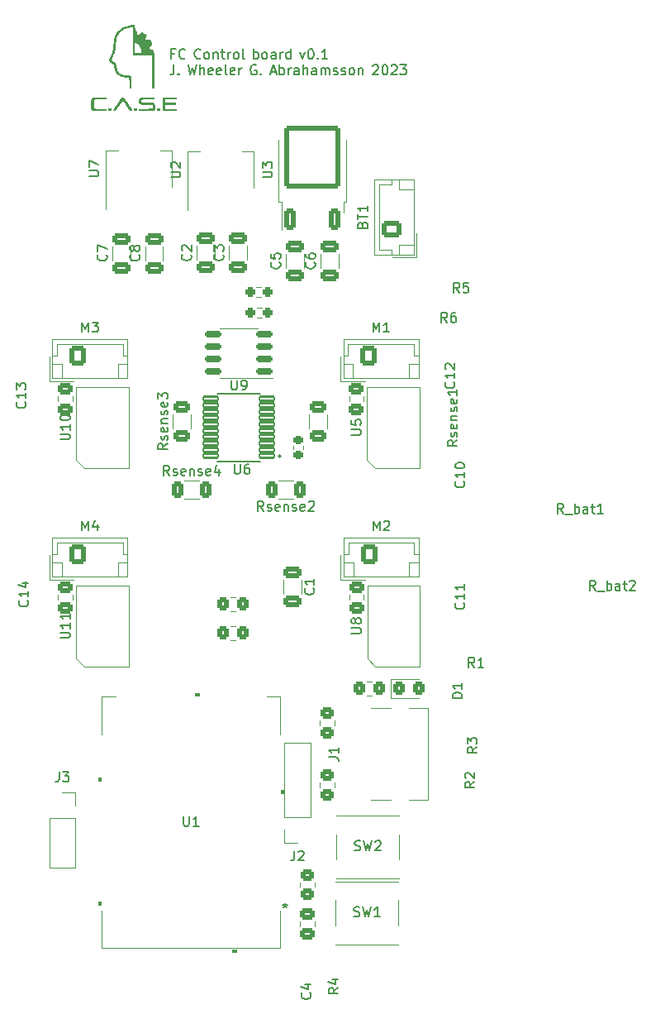
<source format=gto>
G04 #@! TF.GenerationSoftware,KiCad,Pcbnew,(7.0.0)*
G04 #@! TF.CreationDate,2023-09-25T00:06:07+02:00*
G04 #@! TF.ProjectId,FC Control board 1.0,46432043-6f6e-4747-926f-6c20626f6172,rev?*
G04 #@! TF.SameCoordinates,Original*
G04 #@! TF.FileFunction,Legend,Top*
G04 #@! TF.FilePolarity,Positive*
%FSLAX46Y46*%
G04 Gerber Fmt 4.6, Leading zero omitted, Abs format (unit mm)*
G04 Created by KiCad (PCBNEW (7.0.0)) date 2023-09-25 00:06:07*
%MOMM*%
%LPD*%
G01*
G04 APERTURE LIST*
G04 Aperture macros list*
%AMRoundRect*
0 Rectangle with rounded corners*
0 $1 Rounding radius*
0 $2 $3 $4 $5 $6 $7 $8 $9 X,Y pos of 4 corners*
0 Add a 4 corners polygon primitive as box body*
4,1,4,$2,$3,$4,$5,$6,$7,$8,$9,$2,$3,0*
0 Add four circle primitives for the rounded corners*
1,1,$1+$1,$2,$3*
1,1,$1+$1,$4,$5*
1,1,$1+$1,$6,$7*
1,1,$1+$1,$8,$9*
0 Add four rect primitives between the rounded corners*
20,1,$1+$1,$2,$3,$4,$5,0*
20,1,$1+$1,$4,$5,$6,$7,0*
20,1,$1+$1,$6,$7,$8,$9,0*
20,1,$1+$1,$8,$9,$2,$3,0*%
G04 Aperture macros list end*
%ADD10C,0.150000*%
%ADD11C,0.120000*%
%ADD12C,0.127000*%
%ADD13C,0.200000*%
%ADD14C,0.100000*%
%ADD15RoundRect,0.250000X0.650000X-0.325000X0.650000X0.325000X-0.650000X0.325000X-0.650000X-0.325000X0*%
%ADD16O,1.700000X2.000000*%
%ADD17RoundRect,0.250000X-0.600000X-0.750000X0.600000X-0.750000X0.600000X0.750000X-0.600000X0.750000X0*%
%ADD18RoundRect,0.250000X-0.650000X0.325000X-0.650000X-0.325000X0.650000X-0.325000X0.650000X0.325000X0*%
%ADD19RoundRect,0.250000X0.475000X-0.337500X0.475000X0.337500X-0.475000X0.337500X-0.475000X-0.337500X0*%
%ADD20RoundRect,0.250000X-0.475000X0.337500X-0.475000X-0.337500X0.475000X-0.337500X0.475000X0.337500X0*%
%ADD21R,1.500000X2.000000*%
%ADD22R,3.800000X2.000000*%
%ADD23RoundRect,0.250000X0.350000X-0.850000X0.350000X0.850000X-0.350000X0.850000X-0.350000X-0.850000X0*%
%ADD24RoundRect,0.249997X2.650003X-2.950003X2.650003X2.950003X-2.650003X2.950003X-2.650003X-2.950003X0*%
%ADD25R,0.600000X1.650000*%
%ADD26RoundRect,0.250000X-0.450000X0.350000X-0.450000X-0.350000X0.450000X-0.350000X0.450000X0.350000X0*%
%ADD27RoundRect,0.250000X-0.325000X-0.450000X0.325000X-0.450000X0.325000X0.450000X-0.325000X0.450000X0*%
%ADD28R,1.700000X1.700000*%
%ADD29O,1.700000X1.700000*%
%ADD30RoundRect,0.150000X0.662500X0.150000X-0.662500X0.150000X-0.662500X-0.150000X0.662500X-0.150000X0*%
%ADD31R,2.514000X3.200000*%
%ADD32RoundRect,0.250000X0.450000X-0.350000X0.450000X0.350000X-0.450000X0.350000X-0.450000X-0.350000X0*%
%ADD33RoundRect,0.122500X0.764500X0.184500X-0.764500X0.184500X-0.764500X-0.184500X0.764500X-0.184500X0*%
%ADD34RoundRect,0.250000X-0.350000X-0.450000X0.350000X-0.450000X0.350000X0.450000X-0.350000X0.450000X0*%
%ADD35R,1.550000X1.300000*%
%ADD36RoundRect,0.250000X0.625000X-0.312500X0.625000X0.312500X-0.625000X0.312500X-0.625000X-0.312500X0*%
%ADD37R,0.838200X0.889000*%
%ADD38R,0.889000X0.838200*%
%ADD39R,3.708400X3.708400*%
%ADD40C,0.650000*%
%ADD41R,1.450000X0.600000*%
%ADD42R,1.450000X0.300000*%
%ADD43O,2.100000X1.000000*%
%ADD44O,1.600000X1.000000*%
%ADD45RoundRect,0.237500X0.250000X0.237500X-0.250000X0.237500X-0.250000X-0.237500X0.250000X-0.237500X0*%
%ADD46RoundRect,0.225000X0.250000X-0.225000X0.250000X0.225000X-0.250000X0.225000X-0.250000X-0.225000X0*%
%ADD47RoundRect,0.250000X0.750000X-0.600000X0.750000X0.600000X-0.750000X0.600000X-0.750000X-0.600000X0*%
%ADD48O,2.000000X1.700000*%
%ADD49RoundRect,0.250000X0.312500X0.625000X-0.312500X0.625000X-0.312500X-0.625000X0.312500X-0.625000X0*%
%ADD50RoundRect,0.250000X-0.312500X-0.625000X0.312500X-0.625000X0.312500X0.625000X-0.312500X0.625000X0*%
G04 APERTURE END LIST*
D10*
X200353428Y-106039571D02*
X200020095Y-106039571D01*
X200020095Y-106563380D02*
X200020095Y-105563380D01*
X200020095Y-105563380D02*
X200496285Y-105563380D01*
X201448666Y-106468142D02*
X201401047Y-106515761D01*
X201401047Y-106515761D02*
X201258190Y-106563380D01*
X201258190Y-106563380D02*
X201162952Y-106563380D01*
X201162952Y-106563380D02*
X201020095Y-106515761D01*
X201020095Y-106515761D02*
X200924857Y-106420523D01*
X200924857Y-106420523D02*
X200877238Y-106325285D01*
X200877238Y-106325285D02*
X200829619Y-106134809D01*
X200829619Y-106134809D02*
X200829619Y-105991952D01*
X200829619Y-105991952D02*
X200877238Y-105801476D01*
X200877238Y-105801476D02*
X200924857Y-105706238D01*
X200924857Y-105706238D02*
X201020095Y-105611000D01*
X201020095Y-105611000D02*
X201162952Y-105563380D01*
X201162952Y-105563380D02*
X201258190Y-105563380D01*
X201258190Y-105563380D02*
X201401047Y-105611000D01*
X201401047Y-105611000D02*
X201448666Y-105658619D01*
X203048666Y-106468142D02*
X203001047Y-106515761D01*
X203001047Y-106515761D02*
X202858190Y-106563380D01*
X202858190Y-106563380D02*
X202762952Y-106563380D01*
X202762952Y-106563380D02*
X202620095Y-106515761D01*
X202620095Y-106515761D02*
X202524857Y-106420523D01*
X202524857Y-106420523D02*
X202477238Y-106325285D01*
X202477238Y-106325285D02*
X202429619Y-106134809D01*
X202429619Y-106134809D02*
X202429619Y-105991952D01*
X202429619Y-105991952D02*
X202477238Y-105801476D01*
X202477238Y-105801476D02*
X202524857Y-105706238D01*
X202524857Y-105706238D02*
X202620095Y-105611000D01*
X202620095Y-105611000D02*
X202762952Y-105563380D01*
X202762952Y-105563380D02*
X202858190Y-105563380D01*
X202858190Y-105563380D02*
X203001047Y-105611000D01*
X203001047Y-105611000D02*
X203048666Y-105658619D01*
X203620095Y-106563380D02*
X203524857Y-106515761D01*
X203524857Y-106515761D02*
X203477238Y-106468142D01*
X203477238Y-106468142D02*
X203429619Y-106372904D01*
X203429619Y-106372904D02*
X203429619Y-106087190D01*
X203429619Y-106087190D02*
X203477238Y-105991952D01*
X203477238Y-105991952D02*
X203524857Y-105944333D01*
X203524857Y-105944333D02*
X203620095Y-105896714D01*
X203620095Y-105896714D02*
X203762952Y-105896714D01*
X203762952Y-105896714D02*
X203858190Y-105944333D01*
X203858190Y-105944333D02*
X203905809Y-105991952D01*
X203905809Y-105991952D02*
X203953428Y-106087190D01*
X203953428Y-106087190D02*
X203953428Y-106372904D01*
X203953428Y-106372904D02*
X203905809Y-106468142D01*
X203905809Y-106468142D02*
X203858190Y-106515761D01*
X203858190Y-106515761D02*
X203762952Y-106563380D01*
X203762952Y-106563380D02*
X203620095Y-106563380D01*
X204382000Y-105896714D02*
X204382000Y-106563380D01*
X204382000Y-105991952D02*
X204429619Y-105944333D01*
X204429619Y-105944333D02*
X204524857Y-105896714D01*
X204524857Y-105896714D02*
X204667714Y-105896714D01*
X204667714Y-105896714D02*
X204762952Y-105944333D01*
X204762952Y-105944333D02*
X204810571Y-106039571D01*
X204810571Y-106039571D02*
X204810571Y-106563380D01*
X205143905Y-105896714D02*
X205524857Y-105896714D01*
X205286762Y-105563380D02*
X205286762Y-106420523D01*
X205286762Y-106420523D02*
X205334381Y-106515761D01*
X205334381Y-106515761D02*
X205429619Y-106563380D01*
X205429619Y-106563380D02*
X205524857Y-106563380D01*
X205858191Y-106563380D02*
X205858191Y-105896714D01*
X205858191Y-106087190D02*
X205905810Y-105991952D01*
X205905810Y-105991952D02*
X205953429Y-105944333D01*
X205953429Y-105944333D02*
X206048667Y-105896714D01*
X206048667Y-105896714D02*
X206143905Y-105896714D01*
X206620096Y-106563380D02*
X206524858Y-106515761D01*
X206524858Y-106515761D02*
X206477239Y-106468142D01*
X206477239Y-106468142D02*
X206429620Y-106372904D01*
X206429620Y-106372904D02*
X206429620Y-106087190D01*
X206429620Y-106087190D02*
X206477239Y-105991952D01*
X206477239Y-105991952D02*
X206524858Y-105944333D01*
X206524858Y-105944333D02*
X206620096Y-105896714D01*
X206620096Y-105896714D02*
X206762953Y-105896714D01*
X206762953Y-105896714D02*
X206858191Y-105944333D01*
X206858191Y-105944333D02*
X206905810Y-105991952D01*
X206905810Y-105991952D02*
X206953429Y-106087190D01*
X206953429Y-106087190D02*
X206953429Y-106372904D01*
X206953429Y-106372904D02*
X206905810Y-106468142D01*
X206905810Y-106468142D02*
X206858191Y-106515761D01*
X206858191Y-106515761D02*
X206762953Y-106563380D01*
X206762953Y-106563380D02*
X206620096Y-106563380D01*
X207524858Y-106563380D02*
X207429620Y-106515761D01*
X207429620Y-106515761D02*
X207382001Y-106420523D01*
X207382001Y-106420523D02*
X207382001Y-105563380D01*
X208505811Y-106563380D02*
X208505811Y-105563380D01*
X208505811Y-105944333D02*
X208601049Y-105896714D01*
X208601049Y-105896714D02*
X208791525Y-105896714D01*
X208791525Y-105896714D02*
X208886763Y-105944333D01*
X208886763Y-105944333D02*
X208934382Y-105991952D01*
X208934382Y-105991952D02*
X208982001Y-106087190D01*
X208982001Y-106087190D02*
X208982001Y-106372904D01*
X208982001Y-106372904D02*
X208934382Y-106468142D01*
X208934382Y-106468142D02*
X208886763Y-106515761D01*
X208886763Y-106515761D02*
X208791525Y-106563380D01*
X208791525Y-106563380D02*
X208601049Y-106563380D01*
X208601049Y-106563380D02*
X208505811Y-106515761D01*
X209553430Y-106563380D02*
X209458192Y-106515761D01*
X209458192Y-106515761D02*
X209410573Y-106468142D01*
X209410573Y-106468142D02*
X209362954Y-106372904D01*
X209362954Y-106372904D02*
X209362954Y-106087190D01*
X209362954Y-106087190D02*
X209410573Y-105991952D01*
X209410573Y-105991952D02*
X209458192Y-105944333D01*
X209458192Y-105944333D02*
X209553430Y-105896714D01*
X209553430Y-105896714D02*
X209696287Y-105896714D01*
X209696287Y-105896714D02*
X209791525Y-105944333D01*
X209791525Y-105944333D02*
X209839144Y-105991952D01*
X209839144Y-105991952D02*
X209886763Y-106087190D01*
X209886763Y-106087190D02*
X209886763Y-106372904D01*
X209886763Y-106372904D02*
X209839144Y-106468142D01*
X209839144Y-106468142D02*
X209791525Y-106515761D01*
X209791525Y-106515761D02*
X209696287Y-106563380D01*
X209696287Y-106563380D02*
X209553430Y-106563380D01*
X210743906Y-106563380D02*
X210743906Y-106039571D01*
X210743906Y-106039571D02*
X210696287Y-105944333D01*
X210696287Y-105944333D02*
X210601049Y-105896714D01*
X210601049Y-105896714D02*
X210410573Y-105896714D01*
X210410573Y-105896714D02*
X210315335Y-105944333D01*
X210743906Y-106515761D02*
X210648668Y-106563380D01*
X210648668Y-106563380D02*
X210410573Y-106563380D01*
X210410573Y-106563380D02*
X210315335Y-106515761D01*
X210315335Y-106515761D02*
X210267716Y-106420523D01*
X210267716Y-106420523D02*
X210267716Y-106325285D01*
X210267716Y-106325285D02*
X210315335Y-106230047D01*
X210315335Y-106230047D02*
X210410573Y-106182428D01*
X210410573Y-106182428D02*
X210648668Y-106182428D01*
X210648668Y-106182428D02*
X210743906Y-106134809D01*
X211220097Y-106563380D02*
X211220097Y-105896714D01*
X211220097Y-106087190D02*
X211267716Y-105991952D01*
X211267716Y-105991952D02*
X211315335Y-105944333D01*
X211315335Y-105944333D02*
X211410573Y-105896714D01*
X211410573Y-105896714D02*
X211505811Y-105896714D01*
X212267716Y-106563380D02*
X212267716Y-105563380D01*
X212267716Y-106515761D02*
X212172478Y-106563380D01*
X212172478Y-106563380D02*
X211982002Y-106563380D01*
X211982002Y-106563380D02*
X211886764Y-106515761D01*
X211886764Y-106515761D02*
X211839145Y-106468142D01*
X211839145Y-106468142D02*
X211791526Y-106372904D01*
X211791526Y-106372904D02*
X211791526Y-106087190D01*
X211791526Y-106087190D02*
X211839145Y-105991952D01*
X211839145Y-105991952D02*
X211886764Y-105944333D01*
X211886764Y-105944333D02*
X211982002Y-105896714D01*
X211982002Y-105896714D02*
X212172478Y-105896714D01*
X212172478Y-105896714D02*
X212267716Y-105944333D01*
X213248669Y-105896714D02*
X213486764Y-106563380D01*
X213486764Y-106563380D02*
X213724859Y-105896714D01*
X214296288Y-105563380D02*
X214391526Y-105563380D01*
X214391526Y-105563380D02*
X214486764Y-105611000D01*
X214486764Y-105611000D02*
X214534383Y-105658619D01*
X214534383Y-105658619D02*
X214582002Y-105753857D01*
X214582002Y-105753857D02*
X214629621Y-105944333D01*
X214629621Y-105944333D02*
X214629621Y-106182428D01*
X214629621Y-106182428D02*
X214582002Y-106372904D01*
X214582002Y-106372904D02*
X214534383Y-106468142D01*
X214534383Y-106468142D02*
X214486764Y-106515761D01*
X214486764Y-106515761D02*
X214391526Y-106563380D01*
X214391526Y-106563380D02*
X214296288Y-106563380D01*
X214296288Y-106563380D02*
X214201050Y-106515761D01*
X214201050Y-106515761D02*
X214153431Y-106468142D01*
X214153431Y-106468142D02*
X214105812Y-106372904D01*
X214105812Y-106372904D02*
X214058193Y-106182428D01*
X214058193Y-106182428D02*
X214058193Y-105944333D01*
X214058193Y-105944333D02*
X214105812Y-105753857D01*
X214105812Y-105753857D02*
X214153431Y-105658619D01*
X214153431Y-105658619D02*
X214201050Y-105611000D01*
X214201050Y-105611000D02*
X214296288Y-105563380D01*
X215058193Y-106468142D02*
X215105812Y-106515761D01*
X215105812Y-106515761D02*
X215058193Y-106563380D01*
X215058193Y-106563380D02*
X215010574Y-106515761D01*
X215010574Y-106515761D02*
X215058193Y-106468142D01*
X215058193Y-106468142D02*
X215058193Y-106563380D01*
X216058192Y-106563380D02*
X215486764Y-106563380D01*
X215772478Y-106563380D02*
X215772478Y-105563380D01*
X215772478Y-105563380D02*
X215677240Y-105706238D01*
X215677240Y-105706238D02*
X215582002Y-105801476D01*
X215582002Y-105801476D02*
X215486764Y-105849095D01*
X200305809Y-107183380D02*
X200305809Y-107897666D01*
X200305809Y-107897666D02*
X200258190Y-108040523D01*
X200258190Y-108040523D02*
X200162952Y-108135761D01*
X200162952Y-108135761D02*
X200020095Y-108183380D01*
X200020095Y-108183380D02*
X199924857Y-108183380D01*
X200782000Y-108088142D02*
X200829619Y-108135761D01*
X200829619Y-108135761D02*
X200782000Y-108183380D01*
X200782000Y-108183380D02*
X200734381Y-108135761D01*
X200734381Y-108135761D02*
X200782000Y-108088142D01*
X200782000Y-108088142D02*
X200782000Y-108183380D01*
X201762952Y-107183380D02*
X202001047Y-108183380D01*
X202001047Y-108183380D02*
X202191523Y-107469095D01*
X202191523Y-107469095D02*
X202381999Y-108183380D01*
X202381999Y-108183380D02*
X202620095Y-107183380D01*
X203001047Y-108183380D02*
X203001047Y-107183380D01*
X203429618Y-108183380D02*
X203429618Y-107659571D01*
X203429618Y-107659571D02*
X203381999Y-107564333D01*
X203381999Y-107564333D02*
X203286761Y-107516714D01*
X203286761Y-107516714D02*
X203143904Y-107516714D01*
X203143904Y-107516714D02*
X203048666Y-107564333D01*
X203048666Y-107564333D02*
X203001047Y-107611952D01*
X204286761Y-108135761D02*
X204191523Y-108183380D01*
X204191523Y-108183380D02*
X204001047Y-108183380D01*
X204001047Y-108183380D02*
X203905809Y-108135761D01*
X203905809Y-108135761D02*
X203858190Y-108040523D01*
X203858190Y-108040523D02*
X203858190Y-107659571D01*
X203858190Y-107659571D02*
X203905809Y-107564333D01*
X203905809Y-107564333D02*
X204001047Y-107516714D01*
X204001047Y-107516714D02*
X204191523Y-107516714D01*
X204191523Y-107516714D02*
X204286761Y-107564333D01*
X204286761Y-107564333D02*
X204334380Y-107659571D01*
X204334380Y-107659571D02*
X204334380Y-107754809D01*
X204334380Y-107754809D02*
X203858190Y-107850047D01*
X205143904Y-108135761D02*
X205048666Y-108183380D01*
X205048666Y-108183380D02*
X204858190Y-108183380D01*
X204858190Y-108183380D02*
X204762952Y-108135761D01*
X204762952Y-108135761D02*
X204715333Y-108040523D01*
X204715333Y-108040523D02*
X204715333Y-107659571D01*
X204715333Y-107659571D02*
X204762952Y-107564333D01*
X204762952Y-107564333D02*
X204858190Y-107516714D01*
X204858190Y-107516714D02*
X205048666Y-107516714D01*
X205048666Y-107516714D02*
X205143904Y-107564333D01*
X205143904Y-107564333D02*
X205191523Y-107659571D01*
X205191523Y-107659571D02*
X205191523Y-107754809D01*
X205191523Y-107754809D02*
X204715333Y-107850047D01*
X205762952Y-108183380D02*
X205667714Y-108135761D01*
X205667714Y-108135761D02*
X205620095Y-108040523D01*
X205620095Y-108040523D02*
X205620095Y-107183380D01*
X206524857Y-108135761D02*
X206429619Y-108183380D01*
X206429619Y-108183380D02*
X206239143Y-108183380D01*
X206239143Y-108183380D02*
X206143905Y-108135761D01*
X206143905Y-108135761D02*
X206096286Y-108040523D01*
X206096286Y-108040523D02*
X206096286Y-107659571D01*
X206096286Y-107659571D02*
X206143905Y-107564333D01*
X206143905Y-107564333D02*
X206239143Y-107516714D01*
X206239143Y-107516714D02*
X206429619Y-107516714D01*
X206429619Y-107516714D02*
X206524857Y-107564333D01*
X206524857Y-107564333D02*
X206572476Y-107659571D01*
X206572476Y-107659571D02*
X206572476Y-107754809D01*
X206572476Y-107754809D02*
X206096286Y-107850047D01*
X207001048Y-108183380D02*
X207001048Y-107516714D01*
X207001048Y-107707190D02*
X207048667Y-107611952D01*
X207048667Y-107611952D02*
X207096286Y-107564333D01*
X207096286Y-107564333D02*
X207191524Y-107516714D01*
X207191524Y-107516714D02*
X207286762Y-107516714D01*
X208743905Y-107231000D02*
X208648667Y-107183380D01*
X208648667Y-107183380D02*
X208505810Y-107183380D01*
X208505810Y-107183380D02*
X208362953Y-107231000D01*
X208362953Y-107231000D02*
X208267715Y-107326238D01*
X208267715Y-107326238D02*
X208220096Y-107421476D01*
X208220096Y-107421476D02*
X208172477Y-107611952D01*
X208172477Y-107611952D02*
X208172477Y-107754809D01*
X208172477Y-107754809D02*
X208220096Y-107945285D01*
X208220096Y-107945285D02*
X208267715Y-108040523D01*
X208267715Y-108040523D02*
X208362953Y-108135761D01*
X208362953Y-108135761D02*
X208505810Y-108183380D01*
X208505810Y-108183380D02*
X208601048Y-108183380D01*
X208601048Y-108183380D02*
X208743905Y-108135761D01*
X208743905Y-108135761D02*
X208791524Y-108088142D01*
X208791524Y-108088142D02*
X208791524Y-107754809D01*
X208791524Y-107754809D02*
X208601048Y-107754809D01*
X209220096Y-108088142D02*
X209267715Y-108135761D01*
X209267715Y-108135761D02*
X209220096Y-108183380D01*
X209220096Y-108183380D02*
X209172477Y-108135761D01*
X209172477Y-108135761D02*
X209220096Y-108088142D01*
X209220096Y-108088142D02*
X209220096Y-108183380D01*
X210248667Y-107897666D02*
X210724857Y-107897666D01*
X210153429Y-108183380D02*
X210486762Y-107183380D01*
X210486762Y-107183380D02*
X210820095Y-108183380D01*
X211153429Y-108183380D02*
X211153429Y-107183380D01*
X211153429Y-107564333D02*
X211248667Y-107516714D01*
X211248667Y-107516714D02*
X211439143Y-107516714D01*
X211439143Y-107516714D02*
X211534381Y-107564333D01*
X211534381Y-107564333D02*
X211582000Y-107611952D01*
X211582000Y-107611952D02*
X211629619Y-107707190D01*
X211629619Y-107707190D02*
X211629619Y-107992904D01*
X211629619Y-107992904D02*
X211582000Y-108088142D01*
X211582000Y-108088142D02*
X211534381Y-108135761D01*
X211534381Y-108135761D02*
X211439143Y-108183380D01*
X211439143Y-108183380D02*
X211248667Y-108183380D01*
X211248667Y-108183380D02*
X211153429Y-108135761D01*
X212058191Y-108183380D02*
X212058191Y-107516714D01*
X212058191Y-107707190D02*
X212105810Y-107611952D01*
X212105810Y-107611952D02*
X212153429Y-107564333D01*
X212153429Y-107564333D02*
X212248667Y-107516714D01*
X212248667Y-107516714D02*
X212343905Y-107516714D01*
X213105810Y-108183380D02*
X213105810Y-107659571D01*
X213105810Y-107659571D02*
X213058191Y-107564333D01*
X213058191Y-107564333D02*
X212962953Y-107516714D01*
X212962953Y-107516714D02*
X212772477Y-107516714D01*
X212772477Y-107516714D02*
X212677239Y-107564333D01*
X213105810Y-108135761D02*
X213010572Y-108183380D01*
X213010572Y-108183380D02*
X212772477Y-108183380D01*
X212772477Y-108183380D02*
X212677239Y-108135761D01*
X212677239Y-108135761D02*
X212629620Y-108040523D01*
X212629620Y-108040523D02*
X212629620Y-107945285D01*
X212629620Y-107945285D02*
X212677239Y-107850047D01*
X212677239Y-107850047D02*
X212772477Y-107802428D01*
X212772477Y-107802428D02*
X213010572Y-107802428D01*
X213010572Y-107802428D02*
X213105810Y-107754809D01*
X213582001Y-108183380D02*
X213582001Y-107183380D01*
X214010572Y-108183380D02*
X214010572Y-107659571D01*
X214010572Y-107659571D02*
X213962953Y-107564333D01*
X213962953Y-107564333D02*
X213867715Y-107516714D01*
X213867715Y-107516714D02*
X213724858Y-107516714D01*
X213724858Y-107516714D02*
X213629620Y-107564333D01*
X213629620Y-107564333D02*
X213582001Y-107611952D01*
X214915334Y-108183380D02*
X214915334Y-107659571D01*
X214915334Y-107659571D02*
X214867715Y-107564333D01*
X214867715Y-107564333D02*
X214772477Y-107516714D01*
X214772477Y-107516714D02*
X214582001Y-107516714D01*
X214582001Y-107516714D02*
X214486763Y-107564333D01*
X214915334Y-108135761D02*
X214820096Y-108183380D01*
X214820096Y-108183380D02*
X214582001Y-108183380D01*
X214582001Y-108183380D02*
X214486763Y-108135761D01*
X214486763Y-108135761D02*
X214439144Y-108040523D01*
X214439144Y-108040523D02*
X214439144Y-107945285D01*
X214439144Y-107945285D02*
X214486763Y-107850047D01*
X214486763Y-107850047D02*
X214582001Y-107802428D01*
X214582001Y-107802428D02*
X214820096Y-107802428D01*
X214820096Y-107802428D02*
X214915334Y-107754809D01*
X215391525Y-108183380D02*
X215391525Y-107516714D01*
X215391525Y-107611952D02*
X215439144Y-107564333D01*
X215439144Y-107564333D02*
X215534382Y-107516714D01*
X215534382Y-107516714D02*
X215677239Y-107516714D01*
X215677239Y-107516714D02*
X215772477Y-107564333D01*
X215772477Y-107564333D02*
X215820096Y-107659571D01*
X215820096Y-107659571D02*
X215820096Y-108183380D01*
X215820096Y-107659571D02*
X215867715Y-107564333D01*
X215867715Y-107564333D02*
X215962953Y-107516714D01*
X215962953Y-107516714D02*
X216105810Y-107516714D01*
X216105810Y-107516714D02*
X216201049Y-107564333D01*
X216201049Y-107564333D02*
X216248668Y-107659571D01*
X216248668Y-107659571D02*
X216248668Y-108183380D01*
X216677239Y-108135761D02*
X216772477Y-108183380D01*
X216772477Y-108183380D02*
X216962953Y-108183380D01*
X216962953Y-108183380D02*
X217058191Y-108135761D01*
X217058191Y-108135761D02*
X217105810Y-108040523D01*
X217105810Y-108040523D02*
X217105810Y-107992904D01*
X217105810Y-107992904D02*
X217058191Y-107897666D01*
X217058191Y-107897666D02*
X216962953Y-107850047D01*
X216962953Y-107850047D02*
X216820096Y-107850047D01*
X216820096Y-107850047D02*
X216724858Y-107802428D01*
X216724858Y-107802428D02*
X216677239Y-107707190D01*
X216677239Y-107707190D02*
X216677239Y-107659571D01*
X216677239Y-107659571D02*
X216724858Y-107564333D01*
X216724858Y-107564333D02*
X216820096Y-107516714D01*
X216820096Y-107516714D02*
X216962953Y-107516714D01*
X216962953Y-107516714D02*
X217058191Y-107564333D01*
X217486763Y-108135761D02*
X217582001Y-108183380D01*
X217582001Y-108183380D02*
X217772477Y-108183380D01*
X217772477Y-108183380D02*
X217867715Y-108135761D01*
X217867715Y-108135761D02*
X217915334Y-108040523D01*
X217915334Y-108040523D02*
X217915334Y-107992904D01*
X217915334Y-107992904D02*
X217867715Y-107897666D01*
X217867715Y-107897666D02*
X217772477Y-107850047D01*
X217772477Y-107850047D02*
X217629620Y-107850047D01*
X217629620Y-107850047D02*
X217534382Y-107802428D01*
X217534382Y-107802428D02*
X217486763Y-107707190D01*
X217486763Y-107707190D02*
X217486763Y-107659571D01*
X217486763Y-107659571D02*
X217534382Y-107564333D01*
X217534382Y-107564333D02*
X217629620Y-107516714D01*
X217629620Y-107516714D02*
X217772477Y-107516714D01*
X217772477Y-107516714D02*
X217867715Y-107564333D01*
X218486763Y-108183380D02*
X218391525Y-108135761D01*
X218391525Y-108135761D02*
X218343906Y-108088142D01*
X218343906Y-108088142D02*
X218296287Y-107992904D01*
X218296287Y-107992904D02*
X218296287Y-107707190D01*
X218296287Y-107707190D02*
X218343906Y-107611952D01*
X218343906Y-107611952D02*
X218391525Y-107564333D01*
X218391525Y-107564333D02*
X218486763Y-107516714D01*
X218486763Y-107516714D02*
X218629620Y-107516714D01*
X218629620Y-107516714D02*
X218724858Y-107564333D01*
X218724858Y-107564333D02*
X218772477Y-107611952D01*
X218772477Y-107611952D02*
X218820096Y-107707190D01*
X218820096Y-107707190D02*
X218820096Y-107992904D01*
X218820096Y-107992904D02*
X218772477Y-108088142D01*
X218772477Y-108088142D02*
X218724858Y-108135761D01*
X218724858Y-108135761D02*
X218629620Y-108183380D01*
X218629620Y-108183380D02*
X218486763Y-108183380D01*
X219248668Y-107516714D02*
X219248668Y-108183380D01*
X219248668Y-107611952D02*
X219296287Y-107564333D01*
X219296287Y-107564333D02*
X219391525Y-107516714D01*
X219391525Y-107516714D02*
X219534382Y-107516714D01*
X219534382Y-107516714D02*
X219629620Y-107564333D01*
X219629620Y-107564333D02*
X219677239Y-107659571D01*
X219677239Y-107659571D02*
X219677239Y-108183380D01*
X220705811Y-107278619D02*
X220753430Y-107231000D01*
X220753430Y-107231000D02*
X220848668Y-107183380D01*
X220848668Y-107183380D02*
X221086763Y-107183380D01*
X221086763Y-107183380D02*
X221182001Y-107231000D01*
X221182001Y-107231000D02*
X221229620Y-107278619D01*
X221229620Y-107278619D02*
X221277239Y-107373857D01*
X221277239Y-107373857D02*
X221277239Y-107469095D01*
X221277239Y-107469095D02*
X221229620Y-107611952D01*
X221229620Y-107611952D02*
X220658192Y-108183380D01*
X220658192Y-108183380D02*
X221277239Y-108183380D01*
X221896287Y-107183380D02*
X221991525Y-107183380D01*
X221991525Y-107183380D02*
X222086763Y-107231000D01*
X222086763Y-107231000D02*
X222134382Y-107278619D01*
X222134382Y-107278619D02*
X222182001Y-107373857D01*
X222182001Y-107373857D02*
X222229620Y-107564333D01*
X222229620Y-107564333D02*
X222229620Y-107802428D01*
X222229620Y-107802428D02*
X222182001Y-107992904D01*
X222182001Y-107992904D02*
X222134382Y-108088142D01*
X222134382Y-108088142D02*
X222086763Y-108135761D01*
X222086763Y-108135761D02*
X221991525Y-108183380D01*
X221991525Y-108183380D02*
X221896287Y-108183380D01*
X221896287Y-108183380D02*
X221801049Y-108135761D01*
X221801049Y-108135761D02*
X221753430Y-108088142D01*
X221753430Y-108088142D02*
X221705811Y-107992904D01*
X221705811Y-107992904D02*
X221658192Y-107802428D01*
X221658192Y-107802428D02*
X221658192Y-107564333D01*
X221658192Y-107564333D02*
X221705811Y-107373857D01*
X221705811Y-107373857D02*
X221753430Y-107278619D01*
X221753430Y-107278619D02*
X221801049Y-107231000D01*
X221801049Y-107231000D02*
X221896287Y-107183380D01*
X222610573Y-107278619D02*
X222658192Y-107231000D01*
X222658192Y-107231000D02*
X222753430Y-107183380D01*
X222753430Y-107183380D02*
X222991525Y-107183380D01*
X222991525Y-107183380D02*
X223086763Y-107231000D01*
X223086763Y-107231000D02*
X223134382Y-107278619D01*
X223134382Y-107278619D02*
X223182001Y-107373857D01*
X223182001Y-107373857D02*
X223182001Y-107469095D01*
X223182001Y-107469095D02*
X223134382Y-107611952D01*
X223134382Y-107611952D02*
X222562954Y-108183380D01*
X222562954Y-108183380D02*
X223182001Y-108183380D01*
X223515335Y-107183380D02*
X224134382Y-107183380D01*
X224134382Y-107183380D02*
X223801049Y-107564333D01*
X223801049Y-107564333D02*
X223943906Y-107564333D01*
X223943906Y-107564333D02*
X224039144Y-107611952D01*
X224039144Y-107611952D02*
X224086763Y-107659571D01*
X224086763Y-107659571D02*
X224134382Y-107754809D01*
X224134382Y-107754809D02*
X224134382Y-107992904D01*
X224134382Y-107992904D02*
X224086763Y-108088142D01*
X224086763Y-108088142D02*
X224039144Y-108135761D01*
X224039144Y-108135761D02*
X223943906Y-108183380D01*
X223943906Y-108183380D02*
X223658192Y-108183380D01*
X223658192Y-108183380D02*
X223562954Y-108135761D01*
X223562954Y-108135761D02*
X223515335Y-108088142D01*
X193378142Y-126628666D02*
X193425761Y-126676285D01*
X193425761Y-126676285D02*
X193473380Y-126819142D01*
X193473380Y-126819142D02*
X193473380Y-126914380D01*
X193473380Y-126914380D02*
X193425761Y-127057237D01*
X193425761Y-127057237D02*
X193330523Y-127152475D01*
X193330523Y-127152475D02*
X193235285Y-127200094D01*
X193235285Y-127200094D02*
X193044809Y-127247713D01*
X193044809Y-127247713D02*
X192901952Y-127247713D01*
X192901952Y-127247713D02*
X192711476Y-127200094D01*
X192711476Y-127200094D02*
X192616238Y-127152475D01*
X192616238Y-127152475D02*
X192521000Y-127057237D01*
X192521000Y-127057237D02*
X192473380Y-126914380D01*
X192473380Y-126914380D02*
X192473380Y-126819142D01*
X192473380Y-126819142D02*
X192521000Y-126676285D01*
X192521000Y-126676285D02*
X192568619Y-126628666D01*
X192473380Y-126295332D02*
X192473380Y-125628666D01*
X192473380Y-125628666D02*
X193473380Y-126057237D01*
X220730075Y-134526880D02*
X220730075Y-133526880D01*
X220730075Y-133526880D02*
X221063408Y-134241166D01*
X221063408Y-134241166D02*
X221396741Y-133526880D01*
X221396741Y-133526880D02*
X221396741Y-134526880D01*
X222396741Y-134526880D02*
X221825313Y-134526880D01*
X222111027Y-134526880D02*
X222111027Y-133526880D01*
X222111027Y-133526880D02*
X222015789Y-133669738D01*
X222015789Y-133669738D02*
X221920551Y-133764976D01*
X221920551Y-133764976D02*
X221825313Y-133812595D01*
X214604142Y-160766666D02*
X214651761Y-160814285D01*
X214651761Y-160814285D02*
X214699380Y-160957142D01*
X214699380Y-160957142D02*
X214699380Y-161052380D01*
X214699380Y-161052380D02*
X214651761Y-161195237D01*
X214651761Y-161195237D02*
X214556523Y-161290475D01*
X214556523Y-161290475D02*
X214461285Y-161338094D01*
X214461285Y-161338094D02*
X214270809Y-161385713D01*
X214270809Y-161385713D02*
X214127952Y-161385713D01*
X214127952Y-161385713D02*
X213937476Y-161338094D01*
X213937476Y-161338094D02*
X213842238Y-161290475D01*
X213842238Y-161290475D02*
X213747000Y-161195237D01*
X213747000Y-161195237D02*
X213699380Y-161052380D01*
X213699380Y-161052380D02*
X213699380Y-160957142D01*
X213699380Y-160957142D02*
X213747000Y-160814285D01*
X213747000Y-160814285D02*
X213794619Y-160766666D01*
X214699380Y-159814285D02*
X214699380Y-160385713D01*
X214699380Y-160099999D02*
X213699380Y-160099999D01*
X213699380Y-160099999D02*
X213842238Y-160195237D01*
X213842238Y-160195237D02*
X213937476Y-160290475D01*
X213937476Y-160290475D02*
X213985095Y-160385713D01*
X220751476Y-154846880D02*
X220751476Y-153846880D01*
X220751476Y-153846880D02*
X221084809Y-154561166D01*
X221084809Y-154561166D02*
X221418142Y-153846880D01*
X221418142Y-153846880D02*
X221418142Y-154846880D01*
X221846714Y-153942119D02*
X221894333Y-153894500D01*
X221894333Y-153894500D02*
X221989571Y-153846880D01*
X221989571Y-153846880D02*
X222227666Y-153846880D01*
X222227666Y-153846880D02*
X222322904Y-153894500D01*
X222322904Y-153894500D02*
X222370523Y-153942119D01*
X222370523Y-153942119D02*
X222418142Y-154037357D01*
X222418142Y-154037357D02*
X222418142Y-154132595D01*
X222418142Y-154132595D02*
X222370523Y-154275452D01*
X222370523Y-154275452D02*
X221799095Y-154846880D01*
X221799095Y-154846880D02*
X222418142Y-154846880D01*
X214278142Y-202168666D02*
X214325761Y-202216285D01*
X214325761Y-202216285D02*
X214373380Y-202359142D01*
X214373380Y-202359142D02*
X214373380Y-202454380D01*
X214373380Y-202454380D02*
X214325761Y-202597237D01*
X214325761Y-202597237D02*
X214230523Y-202692475D01*
X214230523Y-202692475D02*
X214135285Y-202740094D01*
X214135285Y-202740094D02*
X213944809Y-202787713D01*
X213944809Y-202787713D02*
X213801952Y-202787713D01*
X213801952Y-202787713D02*
X213611476Y-202740094D01*
X213611476Y-202740094D02*
X213516238Y-202692475D01*
X213516238Y-202692475D02*
X213421000Y-202597237D01*
X213421000Y-202597237D02*
X213373380Y-202454380D01*
X213373380Y-202454380D02*
X213373380Y-202359142D01*
X213373380Y-202359142D02*
X213421000Y-202216285D01*
X213421000Y-202216285D02*
X213468619Y-202168666D01*
X213706714Y-201311523D02*
X214373380Y-201311523D01*
X213325761Y-201549618D02*
X214040047Y-201787713D01*
X214040047Y-201787713D02*
X214040047Y-201168666D01*
X185068142Y-141684857D02*
X185115761Y-141732476D01*
X185115761Y-141732476D02*
X185163380Y-141875333D01*
X185163380Y-141875333D02*
X185163380Y-141970571D01*
X185163380Y-141970571D02*
X185115761Y-142113428D01*
X185115761Y-142113428D02*
X185020523Y-142208666D01*
X185020523Y-142208666D02*
X184925285Y-142256285D01*
X184925285Y-142256285D02*
X184734809Y-142303904D01*
X184734809Y-142303904D02*
X184591952Y-142303904D01*
X184591952Y-142303904D02*
X184401476Y-142256285D01*
X184401476Y-142256285D02*
X184306238Y-142208666D01*
X184306238Y-142208666D02*
X184211000Y-142113428D01*
X184211000Y-142113428D02*
X184163380Y-141970571D01*
X184163380Y-141970571D02*
X184163380Y-141875333D01*
X184163380Y-141875333D02*
X184211000Y-141732476D01*
X184211000Y-141732476D02*
X184258619Y-141684857D01*
X185163380Y-140732476D02*
X185163380Y-141303904D01*
X185163380Y-141018190D02*
X184163380Y-141018190D01*
X184163380Y-141018190D02*
X184306238Y-141113428D01*
X184306238Y-141113428D02*
X184401476Y-141208666D01*
X184401476Y-141208666D02*
X184449095Y-141303904D01*
X184163380Y-140399142D02*
X184163380Y-139780095D01*
X184163380Y-139780095D02*
X184544333Y-140113428D01*
X184544333Y-140113428D02*
X184544333Y-139970571D01*
X184544333Y-139970571D02*
X184591952Y-139875333D01*
X184591952Y-139875333D02*
X184639571Y-139827714D01*
X184639571Y-139827714D02*
X184734809Y-139780095D01*
X184734809Y-139780095D02*
X184972904Y-139780095D01*
X184972904Y-139780095D02*
X185068142Y-139827714D01*
X185068142Y-139827714D02*
X185115761Y-139875333D01*
X185115761Y-139875333D02*
X185163380Y-139970571D01*
X185163380Y-139970571D02*
X185163380Y-140256285D01*
X185163380Y-140256285D02*
X185115761Y-140351523D01*
X185115761Y-140351523D02*
X185068142Y-140399142D01*
X191601380Y-118587904D02*
X192410904Y-118587904D01*
X192410904Y-118587904D02*
X192506142Y-118540285D01*
X192506142Y-118540285D02*
X192553761Y-118492666D01*
X192553761Y-118492666D02*
X192601380Y-118397428D01*
X192601380Y-118397428D02*
X192601380Y-118206952D01*
X192601380Y-118206952D02*
X192553761Y-118111714D01*
X192553761Y-118111714D02*
X192506142Y-118064095D01*
X192506142Y-118064095D02*
X192410904Y-118016476D01*
X192410904Y-118016476D02*
X191601380Y-118016476D01*
X191601380Y-117635523D02*
X191601380Y-116968857D01*
X191601380Y-116968857D02*
X192601380Y-117397428D01*
X209381380Y-118689904D02*
X210190904Y-118689904D01*
X210190904Y-118689904D02*
X210286142Y-118642285D01*
X210286142Y-118642285D02*
X210333761Y-118594666D01*
X210333761Y-118594666D02*
X210381380Y-118499428D01*
X210381380Y-118499428D02*
X210381380Y-118308952D01*
X210381380Y-118308952D02*
X210333761Y-118213714D01*
X210333761Y-118213714D02*
X210286142Y-118166095D01*
X210286142Y-118166095D02*
X210190904Y-118118476D01*
X210190904Y-118118476D02*
X209381380Y-118118476D01*
X209381380Y-117737523D02*
X209381380Y-117118476D01*
X209381380Y-117118476D02*
X209762333Y-117451809D01*
X209762333Y-117451809D02*
X209762333Y-117308952D01*
X209762333Y-117308952D02*
X209809952Y-117213714D01*
X209809952Y-117213714D02*
X209857571Y-117166095D01*
X209857571Y-117166095D02*
X209952809Y-117118476D01*
X209952809Y-117118476D02*
X210190904Y-117118476D01*
X210190904Y-117118476D02*
X210286142Y-117166095D01*
X210286142Y-117166095D02*
X210333761Y-117213714D01*
X210333761Y-117213714D02*
X210381380Y-117308952D01*
X210381380Y-117308952D02*
X210381380Y-117594666D01*
X210381380Y-117594666D02*
X210333761Y-117689904D01*
X210333761Y-117689904D02*
X210286142Y-117737523D01*
X188662380Y-165861594D02*
X189471904Y-165861594D01*
X189471904Y-165861594D02*
X189567142Y-165813975D01*
X189567142Y-165813975D02*
X189614761Y-165766356D01*
X189614761Y-165766356D02*
X189662380Y-165671118D01*
X189662380Y-165671118D02*
X189662380Y-165480642D01*
X189662380Y-165480642D02*
X189614761Y-165385404D01*
X189614761Y-165385404D02*
X189567142Y-165337785D01*
X189567142Y-165337785D02*
X189471904Y-165290166D01*
X189471904Y-165290166D02*
X188662380Y-165290166D01*
X189662380Y-164290166D02*
X189662380Y-164861594D01*
X189662380Y-164575880D02*
X188662380Y-164575880D01*
X188662380Y-164575880D02*
X188805238Y-164671118D01*
X188805238Y-164671118D02*
X188900476Y-164766356D01*
X188900476Y-164766356D02*
X188948095Y-164861594D01*
X189662380Y-163337785D02*
X189662380Y-163909213D01*
X189662380Y-163623499D02*
X188662380Y-163623499D01*
X188662380Y-163623499D02*
X188805238Y-163718737D01*
X188805238Y-163718737D02*
X188900476Y-163813975D01*
X188900476Y-163813975D02*
X188948095Y-163909213D01*
X231137380Y-180578666D02*
X230661190Y-180911999D01*
X231137380Y-181150094D02*
X230137380Y-181150094D01*
X230137380Y-181150094D02*
X230137380Y-180769142D01*
X230137380Y-180769142D02*
X230185000Y-180673904D01*
X230185000Y-180673904D02*
X230232619Y-180626285D01*
X230232619Y-180626285D02*
X230327857Y-180578666D01*
X230327857Y-180578666D02*
X230470714Y-180578666D01*
X230470714Y-180578666D02*
X230565952Y-180626285D01*
X230565952Y-180626285D02*
X230613571Y-180673904D01*
X230613571Y-180673904D02*
X230661190Y-180769142D01*
X230661190Y-180769142D02*
X230661190Y-181150094D01*
X230232619Y-180197713D02*
X230185000Y-180150094D01*
X230185000Y-180150094D02*
X230137380Y-180054856D01*
X230137380Y-180054856D02*
X230137380Y-179816761D01*
X230137380Y-179816761D02*
X230185000Y-179721523D01*
X230185000Y-179721523D02*
X230232619Y-179673904D01*
X230232619Y-179673904D02*
X230327857Y-179626285D01*
X230327857Y-179626285D02*
X230423095Y-179626285D01*
X230423095Y-179626285D02*
X230565952Y-179673904D01*
X230565952Y-179673904D02*
X231137380Y-180245332D01*
X231137380Y-180245332D02*
X231137380Y-179626285D01*
X229867380Y-172006094D02*
X228867380Y-172006094D01*
X228867380Y-172006094D02*
X228867380Y-171767999D01*
X228867380Y-171767999D02*
X228915000Y-171625142D01*
X228915000Y-171625142D02*
X229010238Y-171529904D01*
X229010238Y-171529904D02*
X229105476Y-171482285D01*
X229105476Y-171482285D02*
X229295952Y-171434666D01*
X229295952Y-171434666D02*
X229438809Y-171434666D01*
X229438809Y-171434666D02*
X229629285Y-171482285D01*
X229629285Y-171482285D02*
X229724523Y-171529904D01*
X229724523Y-171529904D02*
X229819761Y-171625142D01*
X229819761Y-171625142D02*
X229867380Y-171767999D01*
X229867380Y-171767999D02*
X229867380Y-172006094D01*
X229867380Y-170482285D02*
X229867380Y-171053713D01*
X229867380Y-170767999D02*
X228867380Y-170767999D01*
X228867380Y-170767999D02*
X229010238Y-170863237D01*
X229010238Y-170863237D02*
X229105476Y-170958475D01*
X229105476Y-170958475D02*
X229153095Y-171053713D01*
X196728142Y-126628666D02*
X196775761Y-126676285D01*
X196775761Y-126676285D02*
X196823380Y-126819142D01*
X196823380Y-126819142D02*
X196823380Y-126914380D01*
X196823380Y-126914380D02*
X196775761Y-127057237D01*
X196775761Y-127057237D02*
X196680523Y-127152475D01*
X196680523Y-127152475D02*
X196585285Y-127200094D01*
X196585285Y-127200094D02*
X196394809Y-127247713D01*
X196394809Y-127247713D02*
X196251952Y-127247713D01*
X196251952Y-127247713D02*
X196061476Y-127200094D01*
X196061476Y-127200094D02*
X195966238Y-127152475D01*
X195966238Y-127152475D02*
X195871000Y-127057237D01*
X195871000Y-127057237D02*
X195823380Y-126914380D01*
X195823380Y-126914380D02*
X195823380Y-126819142D01*
X195823380Y-126819142D02*
X195871000Y-126676285D01*
X195871000Y-126676285D02*
X195918619Y-126628666D01*
X196251952Y-126057237D02*
X196204333Y-126152475D01*
X196204333Y-126152475D02*
X196156714Y-126200094D01*
X196156714Y-126200094D02*
X196061476Y-126247713D01*
X196061476Y-126247713D02*
X196013857Y-126247713D01*
X196013857Y-126247713D02*
X195918619Y-126200094D01*
X195918619Y-126200094D02*
X195871000Y-126152475D01*
X195871000Y-126152475D02*
X195823380Y-126057237D01*
X195823380Y-126057237D02*
X195823380Y-125866761D01*
X195823380Y-125866761D02*
X195871000Y-125771523D01*
X195871000Y-125771523D02*
X195918619Y-125723904D01*
X195918619Y-125723904D02*
X196013857Y-125676285D01*
X196013857Y-125676285D02*
X196061476Y-125676285D01*
X196061476Y-125676285D02*
X196156714Y-125723904D01*
X196156714Y-125723904D02*
X196204333Y-125771523D01*
X196204333Y-125771523D02*
X196251952Y-125866761D01*
X196251952Y-125866761D02*
X196251952Y-126057237D01*
X196251952Y-126057237D02*
X196299571Y-126152475D01*
X196299571Y-126152475D02*
X196347190Y-126200094D01*
X196347190Y-126200094D02*
X196442428Y-126247713D01*
X196442428Y-126247713D02*
X196632904Y-126247713D01*
X196632904Y-126247713D02*
X196728142Y-126200094D01*
X196728142Y-126200094D02*
X196775761Y-126152475D01*
X196775761Y-126152475D02*
X196823380Y-126057237D01*
X196823380Y-126057237D02*
X196823380Y-125866761D01*
X196823380Y-125866761D02*
X196775761Y-125771523D01*
X196775761Y-125771523D02*
X196728142Y-125723904D01*
X196728142Y-125723904D02*
X196632904Y-125676285D01*
X196632904Y-125676285D02*
X196442428Y-125676285D01*
X196442428Y-125676285D02*
X196347190Y-125723904D01*
X196347190Y-125723904D02*
X196299571Y-125771523D01*
X196299571Y-125771523D02*
X196251952Y-125866761D01*
X212656666Y-187629380D02*
X212656666Y-188343666D01*
X212656666Y-188343666D02*
X212609047Y-188486523D01*
X212609047Y-188486523D02*
X212513809Y-188581761D01*
X212513809Y-188581761D02*
X212370952Y-188629380D01*
X212370952Y-188629380D02*
X212275714Y-188629380D01*
X213085238Y-187724619D02*
X213132857Y-187677000D01*
X213132857Y-187677000D02*
X213228095Y-187629380D01*
X213228095Y-187629380D02*
X213466190Y-187629380D01*
X213466190Y-187629380D02*
X213561428Y-187677000D01*
X213561428Y-187677000D02*
X213609047Y-187724619D01*
X213609047Y-187724619D02*
X213656666Y-187819857D01*
X213656666Y-187819857D02*
X213656666Y-187915095D01*
X213656666Y-187915095D02*
X213609047Y-188057952D01*
X213609047Y-188057952D02*
X213037619Y-188629380D01*
X213037619Y-188629380D02*
X213656666Y-188629380D01*
X211157142Y-127399666D02*
X211204761Y-127447285D01*
X211204761Y-127447285D02*
X211252380Y-127590142D01*
X211252380Y-127590142D02*
X211252380Y-127685380D01*
X211252380Y-127685380D02*
X211204761Y-127828237D01*
X211204761Y-127828237D02*
X211109523Y-127923475D01*
X211109523Y-127923475D02*
X211014285Y-127971094D01*
X211014285Y-127971094D02*
X210823809Y-128018713D01*
X210823809Y-128018713D02*
X210680952Y-128018713D01*
X210680952Y-128018713D02*
X210490476Y-127971094D01*
X210490476Y-127971094D02*
X210395238Y-127923475D01*
X210395238Y-127923475D02*
X210300000Y-127828237D01*
X210300000Y-127828237D02*
X210252380Y-127685380D01*
X210252380Y-127685380D02*
X210252380Y-127590142D01*
X210252380Y-127590142D02*
X210300000Y-127447285D01*
X210300000Y-127447285D02*
X210347619Y-127399666D01*
X210252380Y-126494904D02*
X210252380Y-126971094D01*
X210252380Y-126971094D02*
X210728571Y-127018713D01*
X210728571Y-127018713D02*
X210680952Y-126971094D01*
X210680952Y-126971094D02*
X210633333Y-126875856D01*
X210633333Y-126875856D02*
X210633333Y-126637761D01*
X210633333Y-126637761D02*
X210680952Y-126542523D01*
X210680952Y-126542523D02*
X210728571Y-126494904D01*
X210728571Y-126494904D02*
X210823809Y-126447285D01*
X210823809Y-126447285D02*
X211061904Y-126447285D01*
X211061904Y-126447285D02*
X211157142Y-126494904D01*
X211157142Y-126494904D02*
X211204761Y-126542523D01*
X211204761Y-126542523D02*
X211252380Y-126637761D01*
X211252380Y-126637761D02*
X211252380Y-126875856D01*
X211252380Y-126875856D02*
X211204761Y-126971094D01*
X211204761Y-126971094D02*
X211157142Y-127018713D01*
X206208095Y-139453380D02*
X206208095Y-140262904D01*
X206208095Y-140262904D02*
X206255714Y-140358142D01*
X206255714Y-140358142D02*
X206303333Y-140405761D01*
X206303333Y-140405761D02*
X206398571Y-140453380D01*
X206398571Y-140453380D02*
X206589047Y-140453380D01*
X206589047Y-140453380D02*
X206684285Y-140405761D01*
X206684285Y-140405761D02*
X206731904Y-140358142D01*
X206731904Y-140358142D02*
X206779523Y-140262904D01*
X206779523Y-140262904D02*
X206779523Y-139453380D01*
X207303333Y-140453380D02*
X207493809Y-140453380D01*
X207493809Y-140453380D02*
X207589047Y-140405761D01*
X207589047Y-140405761D02*
X207636666Y-140358142D01*
X207636666Y-140358142D02*
X207731904Y-140215285D01*
X207731904Y-140215285D02*
X207779523Y-140024809D01*
X207779523Y-140024809D02*
X207779523Y-139643857D01*
X207779523Y-139643857D02*
X207731904Y-139548619D01*
X207731904Y-139548619D02*
X207684285Y-139501000D01*
X207684285Y-139501000D02*
X207589047Y-139453380D01*
X207589047Y-139453380D02*
X207398571Y-139453380D01*
X207398571Y-139453380D02*
X207303333Y-139501000D01*
X207303333Y-139501000D02*
X207255714Y-139548619D01*
X207255714Y-139548619D02*
X207208095Y-139643857D01*
X207208095Y-139643857D02*
X207208095Y-139881952D01*
X207208095Y-139881952D02*
X207255714Y-139977190D01*
X207255714Y-139977190D02*
X207303333Y-140024809D01*
X207303333Y-140024809D02*
X207398571Y-140072428D01*
X207398571Y-140072428D02*
X207589047Y-140072428D01*
X207589047Y-140072428D02*
X207684285Y-140024809D01*
X207684285Y-140024809D02*
X207731904Y-139977190D01*
X207731904Y-139977190D02*
X207779523Y-139881952D01*
X218507380Y-165385404D02*
X219316904Y-165385404D01*
X219316904Y-165385404D02*
X219412142Y-165337785D01*
X219412142Y-165337785D02*
X219459761Y-165290166D01*
X219459761Y-165290166D02*
X219507380Y-165194928D01*
X219507380Y-165194928D02*
X219507380Y-165004452D01*
X219507380Y-165004452D02*
X219459761Y-164909214D01*
X219459761Y-164909214D02*
X219412142Y-164861595D01*
X219412142Y-164861595D02*
X219316904Y-164813976D01*
X219316904Y-164813976D02*
X218507380Y-164813976D01*
X218935952Y-164194928D02*
X218888333Y-164290166D01*
X218888333Y-164290166D02*
X218840714Y-164337785D01*
X218840714Y-164337785D02*
X218745476Y-164385404D01*
X218745476Y-164385404D02*
X218697857Y-164385404D01*
X218697857Y-164385404D02*
X218602619Y-164337785D01*
X218602619Y-164337785D02*
X218555000Y-164290166D01*
X218555000Y-164290166D02*
X218507380Y-164194928D01*
X218507380Y-164194928D02*
X218507380Y-164004452D01*
X218507380Y-164004452D02*
X218555000Y-163909214D01*
X218555000Y-163909214D02*
X218602619Y-163861595D01*
X218602619Y-163861595D02*
X218697857Y-163813976D01*
X218697857Y-163813976D02*
X218745476Y-163813976D01*
X218745476Y-163813976D02*
X218840714Y-163861595D01*
X218840714Y-163861595D02*
X218888333Y-163909214D01*
X218888333Y-163909214D02*
X218935952Y-164004452D01*
X218935952Y-164004452D02*
X218935952Y-164194928D01*
X218935952Y-164194928D02*
X218983571Y-164290166D01*
X218983571Y-164290166D02*
X219031190Y-164337785D01*
X219031190Y-164337785D02*
X219126428Y-164385404D01*
X219126428Y-164385404D02*
X219316904Y-164385404D01*
X219316904Y-164385404D02*
X219412142Y-164337785D01*
X219412142Y-164337785D02*
X219459761Y-164290166D01*
X219459761Y-164290166D02*
X219507380Y-164194928D01*
X219507380Y-164194928D02*
X219507380Y-164004452D01*
X219507380Y-164004452D02*
X219459761Y-163909214D01*
X219459761Y-163909214D02*
X219412142Y-163861595D01*
X219412142Y-163861595D02*
X219316904Y-163813976D01*
X219316904Y-163813976D02*
X219126428Y-163813976D01*
X219126428Y-163813976D02*
X219031190Y-163861595D01*
X219031190Y-163861595D02*
X218983571Y-163909214D01*
X218983571Y-163909214D02*
X218935952Y-164004452D01*
X231391380Y-177022666D02*
X230915190Y-177355999D01*
X231391380Y-177594094D02*
X230391380Y-177594094D01*
X230391380Y-177594094D02*
X230391380Y-177213142D01*
X230391380Y-177213142D02*
X230439000Y-177117904D01*
X230439000Y-177117904D02*
X230486619Y-177070285D01*
X230486619Y-177070285D02*
X230581857Y-177022666D01*
X230581857Y-177022666D02*
X230724714Y-177022666D01*
X230724714Y-177022666D02*
X230819952Y-177070285D01*
X230819952Y-177070285D02*
X230867571Y-177117904D01*
X230867571Y-177117904D02*
X230915190Y-177213142D01*
X230915190Y-177213142D02*
X230915190Y-177594094D01*
X230391380Y-176689332D02*
X230391380Y-176070285D01*
X230391380Y-176070285D02*
X230772333Y-176403618D01*
X230772333Y-176403618D02*
X230772333Y-176260761D01*
X230772333Y-176260761D02*
X230819952Y-176165523D01*
X230819952Y-176165523D02*
X230867571Y-176117904D01*
X230867571Y-176117904D02*
X230962809Y-176070285D01*
X230962809Y-176070285D02*
X231200904Y-176070285D01*
X231200904Y-176070285D02*
X231296142Y-176117904D01*
X231296142Y-176117904D02*
X231343761Y-176165523D01*
X231343761Y-176165523D02*
X231391380Y-176260761D01*
X231391380Y-176260761D02*
X231391380Y-176546475D01*
X231391380Y-176546475D02*
X231343761Y-176641713D01*
X231343761Y-176641713D02*
X231296142Y-176689332D01*
X190906476Y-154846880D02*
X190906476Y-153846880D01*
X190906476Y-153846880D02*
X191239809Y-154561166D01*
X191239809Y-154561166D02*
X191573142Y-153846880D01*
X191573142Y-153846880D02*
X191573142Y-154846880D01*
X192477904Y-154180214D02*
X192477904Y-154846880D01*
X192239809Y-153799261D02*
X192001714Y-154513547D01*
X192001714Y-154513547D02*
X192620761Y-154513547D01*
X206533095Y-148058380D02*
X206533095Y-148867904D01*
X206533095Y-148867904D02*
X206580714Y-148963142D01*
X206580714Y-148963142D02*
X206628333Y-149010761D01*
X206628333Y-149010761D02*
X206723571Y-149058380D01*
X206723571Y-149058380D02*
X206914047Y-149058380D01*
X206914047Y-149058380D02*
X207009285Y-149010761D01*
X207009285Y-149010761D02*
X207056904Y-148963142D01*
X207056904Y-148963142D02*
X207104523Y-148867904D01*
X207104523Y-148867904D02*
X207104523Y-148058380D01*
X208009285Y-148058380D02*
X207818809Y-148058380D01*
X207818809Y-148058380D02*
X207723571Y-148106000D01*
X207723571Y-148106000D02*
X207675952Y-148153619D01*
X207675952Y-148153619D02*
X207580714Y-148296476D01*
X207580714Y-148296476D02*
X207533095Y-148486952D01*
X207533095Y-148486952D02*
X207533095Y-148867904D01*
X207533095Y-148867904D02*
X207580714Y-148963142D01*
X207580714Y-148963142D02*
X207628333Y-149010761D01*
X207628333Y-149010761D02*
X207723571Y-149058380D01*
X207723571Y-149058380D02*
X207914047Y-149058380D01*
X207914047Y-149058380D02*
X208009285Y-149010761D01*
X208009285Y-149010761D02*
X208056904Y-148963142D01*
X208056904Y-148963142D02*
X208104523Y-148867904D01*
X208104523Y-148867904D02*
X208104523Y-148629809D01*
X208104523Y-148629809D02*
X208056904Y-148534571D01*
X208056904Y-148534571D02*
X208009285Y-148486952D01*
X208009285Y-148486952D02*
X207914047Y-148439333D01*
X207914047Y-148439333D02*
X207723571Y-148439333D01*
X207723571Y-148439333D02*
X207628333Y-148486952D01*
X207628333Y-148486952D02*
X207580714Y-148534571D01*
X207580714Y-148534571D02*
X207533095Y-148629809D01*
X217167380Y-201660666D02*
X216691190Y-201993999D01*
X217167380Y-202232094D02*
X216167380Y-202232094D01*
X216167380Y-202232094D02*
X216167380Y-201851142D01*
X216167380Y-201851142D02*
X216215000Y-201755904D01*
X216215000Y-201755904D02*
X216262619Y-201708285D01*
X216262619Y-201708285D02*
X216357857Y-201660666D01*
X216357857Y-201660666D02*
X216500714Y-201660666D01*
X216500714Y-201660666D02*
X216595952Y-201708285D01*
X216595952Y-201708285D02*
X216643571Y-201755904D01*
X216643571Y-201755904D02*
X216691190Y-201851142D01*
X216691190Y-201851142D02*
X216691190Y-202232094D01*
X216500714Y-200803523D02*
X217167380Y-200803523D01*
X216119761Y-201041618D02*
X216834047Y-201279713D01*
X216834047Y-201279713D02*
X216834047Y-200660666D01*
X231111333Y-168841380D02*
X230778000Y-168365190D01*
X230539905Y-168841380D02*
X230539905Y-167841380D01*
X230539905Y-167841380D02*
X230920857Y-167841380D01*
X230920857Y-167841380D02*
X231016095Y-167889000D01*
X231016095Y-167889000D02*
X231063714Y-167936619D01*
X231063714Y-167936619D02*
X231111333Y-168031857D01*
X231111333Y-168031857D02*
X231111333Y-168174714D01*
X231111333Y-168174714D02*
X231063714Y-168269952D01*
X231063714Y-168269952D02*
X231016095Y-168317571D01*
X231016095Y-168317571D02*
X230920857Y-168365190D01*
X230920857Y-168365190D02*
X230539905Y-168365190D01*
X232063714Y-168841380D02*
X231492286Y-168841380D01*
X231778000Y-168841380D02*
X231778000Y-167841380D01*
X231778000Y-167841380D02*
X231682762Y-167984238D01*
X231682762Y-167984238D02*
X231587524Y-168079476D01*
X231587524Y-168079476D02*
X231492286Y-168127095D01*
X188662380Y-145541594D02*
X189471904Y-145541594D01*
X189471904Y-145541594D02*
X189567142Y-145493975D01*
X189567142Y-145493975D02*
X189614761Y-145446356D01*
X189614761Y-145446356D02*
X189662380Y-145351118D01*
X189662380Y-145351118D02*
X189662380Y-145160642D01*
X189662380Y-145160642D02*
X189614761Y-145065404D01*
X189614761Y-145065404D02*
X189567142Y-145017785D01*
X189567142Y-145017785D02*
X189471904Y-144970166D01*
X189471904Y-144970166D02*
X188662380Y-144970166D01*
X189662380Y-143970166D02*
X189662380Y-144541594D01*
X189662380Y-144255880D02*
X188662380Y-144255880D01*
X188662380Y-144255880D02*
X188805238Y-144351118D01*
X188805238Y-144351118D02*
X188900476Y-144446356D01*
X188900476Y-144446356D02*
X188948095Y-144541594D01*
X188662380Y-143351118D02*
X188662380Y-143255880D01*
X188662380Y-143255880D02*
X188710000Y-143160642D01*
X188710000Y-143160642D02*
X188757619Y-143113023D01*
X188757619Y-143113023D02*
X188852857Y-143065404D01*
X188852857Y-143065404D02*
X189043333Y-143017785D01*
X189043333Y-143017785D02*
X189281428Y-143017785D01*
X189281428Y-143017785D02*
X189471904Y-143065404D01*
X189471904Y-143065404D02*
X189567142Y-143113023D01*
X189567142Y-143113023D02*
X189614761Y-143160642D01*
X189614761Y-143160642D02*
X189662380Y-143255880D01*
X189662380Y-143255880D02*
X189662380Y-143351118D01*
X189662380Y-143351118D02*
X189614761Y-143446356D01*
X189614761Y-143446356D02*
X189567142Y-143493975D01*
X189567142Y-143493975D02*
X189471904Y-143541594D01*
X189471904Y-143541594D02*
X189281428Y-143589213D01*
X189281428Y-143589213D02*
X189043333Y-143589213D01*
X189043333Y-143589213D02*
X188852857Y-143541594D01*
X188852857Y-143541594D02*
X188757619Y-143493975D01*
X188757619Y-143493975D02*
X188710000Y-143446356D01*
X188710000Y-143446356D02*
X188662380Y-143351118D01*
X190906476Y-134526880D02*
X190906476Y-133526880D01*
X190906476Y-133526880D02*
X191239809Y-134241166D01*
X191239809Y-134241166D02*
X191573142Y-133526880D01*
X191573142Y-133526880D02*
X191573142Y-134526880D01*
X191954095Y-133526880D02*
X192573142Y-133526880D01*
X192573142Y-133526880D02*
X192239809Y-133907833D01*
X192239809Y-133907833D02*
X192382666Y-133907833D01*
X192382666Y-133907833D02*
X192477904Y-133955452D01*
X192477904Y-133955452D02*
X192525523Y-134003071D01*
X192525523Y-134003071D02*
X192573142Y-134098309D01*
X192573142Y-134098309D02*
X192573142Y-134336404D01*
X192573142Y-134336404D02*
X192525523Y-134431642D01*
X192525523Y-134431642D02*
X192477904Y-134479261D01*
X192477904Y-134479261D02*
X192382666Y-134526880D01*
X192382666Y-134526880D02*
X192096952Y-134526880D01*
X192096952Y-134526880D02*
X192001714Y-134479261D01*
X192001714Y-134479261D02*
X191954095Y-134431642D01*
X218857667Y-187553761D02*
X219000524Y-187601380D01*
X219000524Y-187601380D02*
X219238619Y-187601380D01*
X219238619Y-187601380D02*
X219333857Y-187553761D01*
X219333857Y-187553761D02*
X219381476Y-187506142D01*
X219381476Y-187506142D02*
X219429095Y-187410904D01*
X219429095Y-187410904D02*
X219429095Y-187315666D01*
X219429095Y-187315666D02*
X219381476Y-187220428D01*
X219381476Y-187220428D02*
X219333857Y-187172809D01*
X219333857Y-187172809D02*
X219238619Y-187125190D01*
X219238619Y-187125190D02*
X219048143Y-187077571D01*
X219048143Y-187077571D02*
X218952905Y-187029952D01*
X218952905Y-187029952D02*
X218905286Y-186982333D01*
X218905286Y-186982333D02*
X218857667Y-186887095D01*
X218857667Y-186887095D02*
X218857667Y-186791857D01*
X218857667Y-186791857D02*
X218905286Y-186696619D01*
X218905286Y-186696619D02*
X218952905Y-186649000D01*
X218952905Y-186649000D02*
X219048143Y-186601380D01*
X219048143Y-186601380D02*
X219286238Y-186601380D01*
X219286238Y-186601380D02*
X219429095Y-186649000D01*
X219762429Y-186601380D02*
X220000524Y-187601380D01*
X220000524Y-187601380D02*
X220191000Y-186887095D01*
X220191000Y-186887095D02*
X220381476Y-187601380D01*
X220381476Y-187601380D02*
X220619572Y-186601380D01*
X220952905Y-186696619D02*
X221000524Y-186649000D01*
X221000524Y-186649000D02*
X221095762Y-186601380D01*
X221095762Y-186601380D02*
X221333857Y-186601380D01*
X221333857Y-186601380D02*
X221429095Y-186649000D01*
X221429095Y-186649000D02*
X221476714Y-186696619D01*
X221476714Y-186696619D02*
X221524333Y-186791857D01*
X221524333Y-186791857D02*
X221524333Y-186887095D01*
X221524333Y-186887095D02*
X221476714Y-187029952D01*
X221476714Y-187029952D02*
X220905286Y-187601380D01*
X220905286Y-187601380D02*
X221524333Y-187601380D01*
X229359380Y-145613714D02*
X228883190Y-145947047D01*
X229359380Y-146185142D02*
X228359380Y-146185142D01*
X228359380Y-146185142D02*
X228359380Y-145804190D01*
X228359380Y-145804190D02*
X228407000Y-145708952D01*
X228407000Y-145708952D02*
X228454619Y-145661333D01*
X228454619Y-145661333D02*
X228549857Y-145613714D01*
X228549857Y-145613714D02*
X228692714Y-145613714D01*
X228692714Y-145613714D02*
X228787952Y-145661333D01*
X228787952Y-145661333D02*
X228835571Y-145708952D01*
X228835571Y-145708952D02*
X228883190Y-145804190D01*
X228883190Y-145804190D02*
X228883190Y-146185142D01*
X229311761Y-145232761D02*
X229359380Y-145137523D01*
X229359380Y-145137523D02*
X229359380Y-144947047D01*
X229359380Y-144947047D02*
X229311761Y-144851809D01*
X229311761Y-144851809D02*
X229216523Y-144804190D01*
X229216523Y-144804190D02*
X229168904Y-144804190D01*
X229168904Y-144804190D02*
X229073666Y-144851809D01*
X229073666Y-144851809D02*
X229026047Y-144947047D01*
X229026047Y-144947047D02*
X229026047Y-145089904D01*
X229026047Y-145089904D02*
X228978428Y-145185142D01*
X228978428Y-145185142D02*
X228883190Y-145232761D01*
X228883190Y-145232761D02*
X228835571Y-145232761D01*
X228835571Y-145232761D02*
X228740333Y-145185142D01*
X228740333Y-145185142D02*
X228692714Y-145089904D01*
X228692714Y-145089904D02*
X228692714Y-144947047D01*
X228692714Y-144947047D02*
X228740333Y-144851809D01*
X229311761Y-143994666D02*
X229359380Y-144089904D01*
X229359380Y-144089904D02*
X229359380Y-144280380D01*
X229359380Y-144280380D02*
X229311761Y-144375618D01*
X229311761Y-144375618D02*
X229216523Y-144423237D01*
X229216523Y-144423237D02*
X228835571Y-144423237D01*
X228835571Y-144423237D02*
X228740333Y-144375618D01*
X228740333Y-144375618D02*
X228692714Y-144280380D01*
X228692714Y-144280380D02*
X228692714Y-144089904D01*
X228692714Y-144089904D02*
X228740333Y-143994666D01*
X228740333Y-143994666D02*
X228835571Y-143947047D01*
X228835571Y-143947047D02*
X228930809Y-143947047D01*
X228930809Y-143947047D02*
X229026047Y-144423237D01*
X228692714Y-143518475D02*
X229359380Y-143518475D01*
X228787952Y-143518475D02*
X228740333Y-143470856D01*
X228740333Y-143470856D02*
X228692714Y-143375618D01*
X228692714Y-143375618D02*
X228692714Y-143232761D01*
X228692714Y-143232761D02*
X228740333Y-143137523D01*
X228740333Y-143137523D02*
X228835571Y-143089904D01*
X228835571Y-143089904D02*
X229359380Y-143089904D01*
X229311761Y-142661332D02*
X229359380Y-142566094D01*
X229359380Y-142566094D02*
X229359380Y-142375618D01*
X229359380Y-142375618D02*
X229311761Y-142280380D01*
X229311761Y-142280380D02*
X229216523Y-142232761D01*
X229216523Y-142232761D02*
X229168904Y-142232761D01*
X229168904Y-142232761D02*
X229073666Y-142280380D01*
X229073666Y-142280380D02*
X229026047Y-142375618D01*
X229026047Y-142375618D02*
X229026047Y-142518475D01*
X229026047Y-142518475D02*
X228978428Y-142613713D01*
X228978428Y-142613713D02*
X228883190Y-142661332D01*
X228883190Y-142661332D02*
X228835571Y-142661332D01*
X228835571Y-142661332D02*
X228740333Y-142613713D01*
X228740333Y-142613713D02*
X228692714Y-142518475D01*
X228692714Y-142518475D02*
X228692714Y-142375618D01*
X228692714Y-142375618D02*
X228740333Y-142280380D01*
X229311761Y-141423237D02*
X229359380Y-141518475D01*
X229359380Y-141518475D02*
X229359380Y-141708951D01*
X229359380Y-141708951D02*
X229311761Y-141804189D01*
X229311761Y-141804189D02*
X229216523Y-141851808D01*
X229216523Y-141851808D02*
X228835571Y-141851808D01*
X228835571Y-141851808D02*
X228740333Y-141804189D01*
X228740333Y-141804189D02*
X228692714Y-141708951D01*
X228692714Y-141708951D02*
X228692714Y-141518475D01*
X228692714Y-141518475D02*
X228740333Y-141423237D01*
X228740333Y-141423237D02*
X228835571Y-141375618D01*
X228835571Y-141375618D02*
X228930809Y-141375618D01*
X228930809Y-141375618D02*
X229026047Y-141851808D01*
X229359380Y-140423237D02*
X229359380Y-140994665D01*
X229359380Y-140708951D02*
X228359380Y-140708951D01*
X228359380Y-140708951D02*
X228502238Y-140804189D01*
X228502238Y-140804189D02*
X228597476Y-140899427D01*
X228597476Y-140899427D02*
X228645095Y-140994665D01*
X240207904Y-153093380D02*
X239874571Y-152617190D01*
X239636476Y-153093380D02*
X239636476Y-152093380D01*
X239636476Y-152093380D02*
X240017428Y-152093380D01*
X240017428Y-152093380D02*
X240112666Y-152141000D01*
X240112666Y-152141000D02*
X240160285Y-152188619D01*
X240160285Y-152188619D02*
X240207904Y-152283857D01*
X240207904Y-152283857D02*
X240207904Y-152426714D01*
X240207904Y-152426714D02*
X240160285Y-152521952D01*
X240160285Y-152521952D02*
X240112666Y-152569571D01*
X240112666Y-152569571D02*
X240017428Y-152617190D01*
X240017428Y-152617190D02*
X239636476Y-152617190D01*
X240398381Y-153188619D02*
X241160285Y-153188619D01*
X241398381Y-153093380D02*
X241398381Y-152093380D01*
X241398381Y-152474333D02*
X241493619Y-152426714D01*
X241493619Y-152426714D02*
X241684095Y-152426714D01*
X241684095Y-152426714D02*
X241779333Y-152474333D01*
X241779333Y-152474333D02*
X241826952Y-152521952D01*
X241826952Y-152521952D02*
X241874571Y-152617190D01*
X241874571Y-152617190D02*
X241874571Y-152902904D01*
X241874571Y-152902904D02*
X241826952Y-152998142D01*
X241826952Y-152998142D02*
X241779333Y-153045761D01*
X241779333Y-153045761D02*
X241684095Y-153093380D01*
X241684095Y-153093380D02*
X241493619Y-153093380D01*
X241493619Y-153093380D02*
X241398381Y-153045761D01*
X242731714Y-153093380D02*
X242731714Y-152569571D01*
X242731714Y-152569571D02*
X242684095Y-152474333D01*
X242684095Y-152474333D02*
X242588857Y-152426714D01*
X242588857Y-152426714D02*
X242398381Y-152426714D01*
X242398381Y-152426714D02*
X242303143Y-152474333D01*
X242731714Y-153045761D02*
X242636476Y-153093380D01*
X242636476Y-153093380D02*
X242398381Y-153093380D01*
X242398381Y-153093380D02*
X242303143Y-153045761D01*
X242303143Y-153045761D02*
X242255524Y-152950523D01*
X242255524Y-152950523D02*
X242255524Y-152855285D01*
X242255524Y-152855285D02*
X242303143Y-152760047D01*
X242303143Y-152760047D02*
X242398381Y-152712428D01*
X242398381Y-152712428D02*
X242636476Y-152712428D01*
X242636476Y-152712428D02*
X242731714Y-152664809D01*
X243065048Y-152426714D02*
X243446000Y-152426714D01*
X243207905Y-152093380D02*
X243207905Y-152950523D01*
X243207905Y-152950523D02*
X243255524Y-153045761D01*
X243255524Y-153045761D02*
X243350762Y-153093380D01*
X243350762Y-153093380D02*
X243446000Y-153093380D01*
X244303143Y-153093380D02*
X243731715Y-153093380D01*
X244017429Y-153093380D02*
X244017429Y-152093380D01*
X244017429Y-152093380D02*
X243922191Y-152236238D01*
X243922191Y-152236238D02*
X243826953Y-152331476D01*
X243826953Y-152331476D02*
X243731715Y-152379095D01*
X201306095Y-184097380D02*
X201306095Y-184906904D01*
X201306095Y-184906904D02*
X201353714Y-185002142D01*
X201353714Y-185002142D02*
X201401333Y-185049761D01*
X201401333Y-185049761D02*
X201496571Y-185097380D01*
X201496571Y-185097380D02*
X201687047Y-185097380D01*
X201687047Y-185097380D02*
X201782285Y-185049761D01*
X201782285Y-185049761D02*
X201829904Y-185002142D01*
X201829904Y-185002142D02*
X201877523Y-184906904D01*
X201877523Y-184906904D02*
X201877523Y-184097380D01*
X202877523Y-185097380D02*
X202306095Y-185097380D01*
X202591809Y-185097380D02*
X202591809Y-184097380D01*
X202591809Y-184097380D02*
X202496571Y-184240238D01*
X202496571Y-184240238D02*
X202401333Y-184335476D01*
X202401333Y-184335476D02*
X202306095Y-184383095D01*
X211702999Y-192987380D02*
X211702999Y-193225476D01*
X211464904Y-193130238D02*
X211702999Y-193225476D01*
X211702999Y-193225476D02*
X211941094Y-193130238D01*
X211560142Y-193415952D02*
X211702999Y-193225476D01*
X211702999Y-193225476D02*
X211845856Y-193415952D01*
X211702999Y-192987380D02*
X211702999Y-193225476D01*
X211464904Y-193130238D02*
X211702999Y-193225476D01*
X211702999Y-193225476D02*
X211941094Y-193130238D01*
X211560142Y-193415952D02*
X211702999Y-193225476D01*
X211702999Y-193225476D02*
X211845856Y-193415952D01*
X199983380Y-118689904D02*
X200792904Y-118689904D01*
X200792904Y-118689904D02*
X200888142Y-118642285D01*
X200888142Y-118642285D02*
X200935761Y-118594666D01*
X200935761Y-118594666D02*
X200983380Y-118499428D01*
X200983380Y-118499428D02*
X200983380Y-118308952D01*
X200983380Y-118308952D02*
X200935761Y-118213714D01*
X200935761Y-118213714D02*
X200888142Y-118166095D01*
X200888142Y-118166095D02*
X200792904Y-118118476D01*
X200792904Y-118118476D02*
X199983380Y-118118476D01*
X200078619Y-117689904D02*
X200031000Y-117642285D01*
X200031000Y-117642285D02*
X199983380Y-117547047D01*
X199983380Y-117547047D02*
X199983380Y-117308952D01*
X199983380Y-117308952D02*
X200031000Y-117213714D01*
X200031000Y-117213714D02*
X200078619Y-117166095D01*
X200078619Y-117166095D02*
X200173857Y-117118476D01*
X200173857Y-117118476D02*
X200269095Y-117118476D01*
X200269095Y-117118476D02*
X200411952Y-117166095D01*
X200411952Y-117166095D02*
X200983380Y-117737523D01*
X200983380Y-117737523D02*
X200983380Y-117118476D01*
X216170380Y-178047333D02*
X216884666Y-178047333D01*
X216884666Y-178047333D02*
X217027523Y-178094952D01*
X217027523Y-178094952D02*
X217122761Y-178190190D01*
X217122761Y-178190190D02*
X217170380Y-178333047D01*
X217170380Y-178333047D02*
X217170380Y-178428285D01*
X217170380Y-177047333D02*
X217170380Y-177618761D01*
X217170380Y-177333047D02*
X216170380Y-177333047D01*
X216170380Y-177333047D02*
X216313238Y-177428285D01*
X216313238Y-177428285D02*
X216408476Y-177523523D01*
X216408476Y-177523523D02*
X216456095Y-177618761D01*
X205316142Y-126579666D02*
X205363761Y-126627285D01*
X205363761Y-126627285D02*
X205411380Y-126770142D01*
X205411380Y-126770142D02*
X205411380Y-126865380D01*
X205411380Y-126865380D02*
X205363761Y-127008237D01*
X205363761Y-127008237D02*
X205268523Y-127103475D01*
X205268523Y-127103475D02*
X205173285Y-127151094D01*
X205173285Y-127151094D02*
X204982809Y-127198713D01*
X204982809Y-127198713D02*
X204839952Y-127198713D01*
X204839952Y-127198713D02*
X204649476Y-127151094D01*
X204649476Y-127151094D02*
X204554238Y-127103475D01*
X204554238Y-127103475D02*
X204459000Y-127008237D01*
X204459000Y-127008237D02*
X204411380Y-126865380D01*
X204411380Y-126865380D02*
X204411380Y-126770142D01*
X204411380Y-126770142D02*
X204459000Y-126627285D01*
X204459000Y-126627285D02*
X204506619Y-126579666D01*
X204411380Y-126246332D02*
X204411380Y-125627285D01*
X204411380Y-125627285D02*
X204792333Y-125960618D01*
X204792333Y-125960618D02*
X204792333Y-125817761D01*
X204792333Y-125817761D02*
X204839952Y-125722523D01*
X204839952Y-125722523D02*
X204887571Y-125674904D01*
X204887571Y-125674904D02*
X204982809Y-125627285D01*
X204982809Y-125627285D02*
X205220904Y-125627285D01*
X205220904Y-125627285D02*
X205316142Y-125674904D01*
X205316142Y-125674904D02*
X205363761Y-125722523D01*
X205363761Y-125722523D02*
X205411380Y-125817761D01*
X205411380Y-125817761D02*
X205411380Y-126103475D01*
X205411380Y-126103475D02*
X205363761Y-126198713D01*
X205363761Y-126198713D02*
X205316142Y-126246332D01*
X228317333Y-133535380D02*
X227984000Y-133059190D01*
X227745905Y-133535380D02*
X227745905Y-132535380D01*
X227745905Y-132535380D02*
X228126857Y-132535380D01*
X228126857Y-132535380D02*
X228222095Y-132583000D01*
X228222095Y-132583000D02*
X228269714Y-132630619D01*
X228269714Y-132630619D02*
X228317333Y-132725857D01*
X228317333Y-132725857D02*
X228317333Y-132868714D01*
X228317333Y-132868714D02*
X228269714Y-132963952D01*
X228269714Y-132963952D02*
X228222095Y-133011571D01*
X228222095Y-133011571D02*
X228126857Y-133059190D01*
X228126857Y-133059190D02*
X227745905Y-133059190D01*
X229174476Y-132535380D02*
X228984000Y-132535380D01*
X228984000Y-132535380D02*
X228888762Y-132583000D01*
X228888762Y-132583000D02*
X228841143Y-132630619D01*
X228841143Y-132630619D02*
X228745905Y-132773476D01*
X228745905Y-132773476D02*
X228698286Y-132963952D01*
X228698286Y-132963952D02*
X228698286Y-133344904D01*
X228698286Y-133344904D02*
X228745905Y-133440142D01*
X228745905Y-133440142D02*
X228793524Y-133487761D01*
X228793524Y-133487761D02*
X228888762Y-133535380D01*
X228888762Y-133535380D02*
X229079238Y-133535380D01*
X229079238Y-133535380D02*
X229174476Y-133487761D01*
X229174476Y-133487761D02*
X229222095Y-133440142D01*
X229222095Y-133440142D02*
X229269714Y-133344904D01*
X229269714Y-133344904D02*
X229269714Y-133106809D01*
X229269714Y-133106809D02*
X229222095Y-133011571D01*
X229222095Y-133011571D02*
X229174476Y-132963952D01*
X229174476Y-132963952D02*
X229079238Y-132916333D01*
X229079238Y-132916333D02*
X228888762Y-132916333D01*
X228888762Y-132916333D02*
X228793524Y-132963952D01*
X228793524Y-132963952D02*
X228745905Y-133011571D01*
X228745905Y-133011571D02*
X228698286Y-133106809D01*
X229010142Y-139652857D02*
X229057761Y-139700476D01*
X229057761Y-139700476D02*
X229105380Y-139843333D01*
X229105380Y-139843333D02*
X229105380Y-139938571D01*
X229105380Y-139938571D02*
X229057761Y-140081428D01*
X229057761Y-140081428D02*
X228962523Y-140176666D01*
X228962523Y-140176666D02*
X228867285Y-140224285D01*
X228867285Y-140224285D02*
X228676809Y-140271904D01*
X228676809Y-140271904D02*
X228533952Y-140271904D01*
X228533952Y-140271904D02*
X228343476Y-140224285D01*
X228343476Y-140224285D02*
X228248238Y-140176666D01*
X228248238Y-140176666D02*
X228153000Y-140081428D01*
X228153000Y-140081428D02*
X228105380Y-139938571D01*
X228105380Y-139938571D02*
X228105380Y-139843333D01*
X228105380Y-139843333D02*
X228153000Y-139700476D01*
X228153000Y-139700476D02*
X228200619Y-139652857D01*
X229105380Y-138700476D02*
X229105380Y-139271904D01*
X229105380Y-138986190D02*
X228105380Y-138986190D01*
X228105380Y-138986190D02*
X228248238Y-139081428D01*
X228248238Y-139081428D02*
X228343476Y-139176666D01*
X228343476Y-139176666D02*
X228391095Y-139271904D01*
X228200619Y-138319523D02*
X228153000Y-138271904D01*
X228153000Y-138271904D02*
X228105380Y-138176666D01*
X228105380Y-138176666D02*
X228105380Y-137938571D01*
X228105380Y-137938571D02*
X228153000Y-137843333D01*
X228153000Y-137843333D02*
X228200619Y-137795714D01*
X228200619Y-137795714D02*
X228295857Y-137748095D01*
X228295857Y-137748095D02*
X228391095Y-137748095D01*
X228391095Y-137748095D02*
X228533952Y-137795714D01*
X228533952Y-137795714D02*
X229105380Y-138367142D01*
X229105380Y-138367142D02*
X229105380Y-137748095D01*
X230026142Y-149812857D02*
X230073761Y-149860476D01*
X230073761Y-149860476D02*
X230121380Y-150003333D01*
X230121380Y-150003333D02*
X230121380Y-150098571D01*
X230121380Y-150098571D02*
X230073761Y-150241428D01*
X230073761Y-150241428D02*
X229978523Y-150336666D01*
X229978523Y-150336666D02*
X229883285Y-150384285D01*
X229883285Y-150384285D02*
X229692809Y-150431904D01*
X229692809Y-150431904D02*
X229549952Y-150431904D01*
X229549952Y-150431904D02*
X229359476Y-150384285D01*
X229359476Y-150384285D02*
X229264238Y-150336666D01*
X229264238Y-150336666D02*
X229169000Y-150241428D01*
X229169000Y-150241428D02*
X229121380Y-150098571D01*
X229121380Y-150098571D02*
X229121380Y-150003333D01*
X229121380Y-150003333D02*
X229169000Y-149860476D01*
X229169000Y-149860476D02*
X229216619Y-149812857D01*
X230121380Y-148860476D02*
X230121380Y-149431904D01*
X230121380Y-149146190D02*
X229121380Y-149146190D01*
X229121380Y-149146190D02*
X229264238Y-149241428D01*
X229264238Y-149241428D02*
X229359476Y-149336666D01*
X229359476Y-149336666D02*
X229407095Y-149431904D01*
X229121380Y-148241428D02*
X229121380Y-148146190D01*
X229121380Y-148146190D02*
X229169000Y-148050952D01*
X229169000Y-148050952D02*
X229216619Y-148003333D01*
X229216619Y-148003333D02*
X229311857Y-147955714D01*
X229311857Y-147955714D02*
X229502333Y-147908095D01*
X229502333Y-147908095D02*
X229740428Y-147908095D01*
X229740428Y-147908095D02*
X229930904Y-147955714D01*
X229930904Y-147955714D02*
X230026142Y-148003333D01*
X230026142Y-148003333D02*
X230073761Y-148050952D01*
X230073761Y-148050952D02*
X230121380Y-148146190D01*
X230121380Y-148146190D02*
X230121380Y-148241428D01*
X230121380Y-148241428D02*
X230073761Y-148336666D01*
X230073761Y-148336666D02*
X230026142Y-148384285D01*
X230026142Y-148384285D02*
X229930904Y-148431904D01*
X229930904Y-148431904D02*
X229740428Y-148479523D01*
X229740428Y-148479523D02*
X229502333Y-148479523D01*
X229502333Y-148479523D02*
X229311857Y-148431904D01*
X229311857Y-148431904D02*
X229216619Y-148384285D01*
X229216619Y-148384285D02*
X229169000Y-148336666D01*
X229169000Y-148336666D02*
X229121380Y-148241428D01*
X229587333Y-130487380D02*
X229254000Y-130011190D01*
X229015905Y-130487380D02*
X229015905Y-129487380D01*
X229015905Y-129487380D02*
X229396857Y-129487380D01*
X229396857Y-129487380D02*
X229492095Y-129535000D01*
X229492095Y-129535000D02*
X229539714Y-129582619D01*
X229539714Y-129582619D02*
X229587333Y-129677857D01*
X229587333Y-129677857D02*
X229587333Y-129820714D01*
X229587333Y-129820714D02*
X229539714Y-129915952D01*
X229539714Y-129915952D02*
X229492095Y-129963571D01*
X229492095Y-129963571D02*
X229396857Y-130011190D01*
X229396857Y-130011190D02*
X229015905Y-130011190D01*
X230492095Y-129487380D02*
X230015905Y-129487380D01*
X230015905Y-129487380D02*
X229968286Y-129963571D01*
X229968286Y-129963571D02*
X230015905Y-129915952D01*
X230015905Y-129915952D02*
X230111143Y-129868333D01*
X230111143Y-129868333D02*
X230349238Y-129868333D01*
X230349238Y-129868333D02*
X230444476Y-129915952D01*
X230444476Y-129915952D02*
X230492095Y-129963571D01*
X230492095Y-129963571D02*
X230539714Y-130058809D01*
X230539714Y-130058809D02*
X230539714Y-130296904D01*
X230539714Y-130296904D02*
X230492095Y-130392142D01*
X230492095Y-130392142D02*
X230444476Y-130439761D01*
X230444476Y-130439761D02*
X230349238Y-130487380D01*
X230349238Y-130487380D02*
X230111143Y-130487380D01*
X230111143Y-130487380D02*
X230015905Y-130439761D01*
X230015905Y-130439761D02*
X229968286Y-130392142D01*
X185322142Y-162004857D02*
X185369761Y-162052476D01*
X185369761Y-162052476D02*
X185417380Y-162195333D01*
X185417380Y-162195333D02*
X185417380Y-162290571D01*
X185417380Y-162290571D02*
X185369761Y-162433428D01*
X185369761Y-162433428D02*
X185274523Y-162528666D01*
X185274523Y-162528666D02*
X185179285Y-162576285D01*
X185179285Y-162576285D02*
X184988809Y-162623904D01*
X184988809Y-162623904D02*
X184845952Y-162623904D01*
X184845952Y-162623904D02*
X184655476Y-162576285D01*
X184655476Y-162576285D02*
X184560238Y-162528666D01*
X184560238Y-162528666D02*
X184465000Y-162433428D01*
X184465000Y-162433428D02*
X184417380Y-162290571D01*
X184417380Y-162290571D02*
X184417380Y-162195333D01*
X184417380Y-162195333D02*
X184465000Y-162052476D01*
X184465000Y-162052476D02*
X184512619Y-162004857D01*
X185417380Y-161052476D02*
X185417380Y-161623904D01*
X185417380Y-161338190D02*
X184417380Y-161338190D01*
X184417380Y-161338190D02*
X184560238Y-161433428D01*
X184560238Y-161433428D02*
X184655476Y-161528666D01*
X184655476Y-161528666D02*
X184703095Y-161623904D01*
X184750714Y-160195333D02*
X185417380Y-160195333D01*
X184369761Y-160433428D02*
X185084047Y-160671523D01*
X185084047Y-160671523D02*
X185084047Y-160052476D01*
X218768667Y-194313395D02*
X218911524Y-194361014D01*
X218911524Y-194361014D02*
X219149619Y-194361014D01*
X219149619Y-194361014D02*
X219244857Y-194313395D01*
X219244857Y-194313395D02*
X219292476Y-194265776D01*
X219292476Y-194265776D02*
X219340095Y-194170538D01*
X219340095Y-194170538D02*
X219340095Y-194075300D01*
X219340095Y-194075300D02*
X219292476Y-193980062D01*
X219292476Y-193980062D02*
X219244857Y-193932443D01*
X219244857Y-193932443D02*
X219149619Y-193884824D01*
X219149619Y-193884824D02*
X218959143Y-193837205D01*
X218959143Y-193837205D02*
X218863905Y-193789586D01*
X218863905Y-193789586D02*
X218816286Y-193741967D01*
X218816286Y-193741967D02*
X218768667Y-193646729D01*
X218768667Y-193646729D02*
X218768667Y-193551491D01*
X218768667Y-193551491D02*
X218816286Y-193456253D01*
X218816286Y-193456253D02*
X218863905Y-193408634D01*
X218863905Y-193408634D02*
X218959143Y-193361014D01*
X218959143Y-193361014D02*
X219197238Y-193361014D01*
X219197238Y-193361014D02*
X219340095Y-193408634D01*
X219673429Y-193361014D02*
X219911524Y-194361014D01*
X219911524Y-194361014D02*
X220102000Y-193646729D01*
X220102000Y-193646729D02*
X220292476Y-194361014D01*
X220292476Y-194361014D02*
X220530572Y-193361014D01*
X221435333Y-194361014D02*
X220863905Y-194361014D01*
X221149619Y-194361014D02*
X221149619Y-193361014D01*
X221149619Y-193361014D02*
X221054381Y-193503872D01*
X221054381Y-193503872D02*
X220959143Y-193599110D01*
X220959143Y-193599110D02*
X220863905Y-193646729D01*
X219639571Y-123539714D02*
X219687190Y-123396857D01*
X219687190Y-123396857D02*
X219734809Y-123349238D01*
X219734809Y-123349238D02*
X219830047Y-123301619D01*
X219830047Y-123301619D02*
X219972904Y-123301619D01*
X219972904Y-123301619D02*
X220068142Y-123349238D01*
X220068142Y-123349238D02*
X220115761Y-123396857D01*
X220115761Y-123396857D02*
X220163380Y-123492095D01*
X220163380Y-123492095D02*
X220163380Y-123873047D01*
X220163380Y-123873047D02*
X219163380Y-123873047D01*
X219163380Y-123873047D02*
X219163380Y-123539714D01*
X219163380Y-123539714D02*
X219211000Y-123444476D01*
X219211000Y-123444476D02*
X219258619Y-123396857D01*
X219258619Y-123396857D02*
X219353857Y-123349238D01*
X219353857Y-123349238D02*
X219449095Y-123349238D01*
X219449095Y-123349238D02*
X219544333Y-123396857D01*
X219544333Y-123396857D02*
X219591952Y-123444476D01*
X219591952Y-123444476D02*
X219639571Y-123539714D01*
X219639571Y-123539714D02*
X219639571Y-123873047D01*
X219163380Y-123015904D02*
X219163380Y-122444476D01*
X220163380Y-122730190D02*
X219163380Y-122730190D01*
X220163380Y-121587333D02*
X220163380Y-122158761D01*
X220163380Y-121873047D02*
X219163380Y-121873047D01*
X219163380Y-121873047D02*
X219306238Y-121968285D01*
X219306238Y-121968285D02*
X219401476Y-122063523D01*
X219401476Y-122063523D02*
X219449095Y-122158761D01*
X218485979Y-145065404D02*
X219295503Y-145065404D01*
X219295503Y-145065404D02*
X219390741Y-145017785D01*
X219390741Y-145017785D02*
X219438360Y-144970166D01*
X219438360Y-144970166D02*
X219485979Y-144874928D01*
X219485979Y-144874928D02*
X219485979Y-144684452D01*
X219485979Y-144684452D02*
X219438360Y-144589214D01*
X219438360Y-144589214D02*
X219390741Y-144541595D01*
X219390741Y-144541595D02*
X219295503Y-144493976D01*
X219295503Y-144493976D02*
X218485979Y-144493976D01*
X218485979Y-143541595D02*
X218485979Y-144017785D01*
X218485979Y-144017785D02*
X218962170Y-144065404D01*
X218962170Y-144065404D02*
X218914551Y-144017785D01*
X218914551Y-144017785D02*
X218866932Y-143922547D01*
X218866932Y-143922547D02*
X218866932Y-143684452D01*
X218866932Y-143684452D02*
X218914551Y-143589214D01*
X218914551Y-143589214D02*
X218962170Y-143541595D01*
X218962170Y-143541595D02*
X219057408Y-143493976D01*
X219057408Y-143493976D02*
X219295503Y-143493976D01*
X219295503Y-143493976D02*
X219390741Y-143541595D01*
X219390741Y-143541595D02*
X219438360Y-143589214D01*
X219438360Y-143589214D02*
X219485979Y-143684452D01*
X219485979Y-143684452D02*
X219485979Y-143922547D01*
X219485979Y-143922547D02*
X219438360Y-144017785D01*
X219438360Y-144017785D02*
X219390741Y-144065404D01*
X214713142Y-127399666D02*
X214760761Y-127447285D01*
X214760761Y-127447285D02*
X214808380Y-127590142D01*
X214808380Y-127590142D02*
X214808380Y-127685380D01*
X214808380Y-127685380D02*
X214760761Y-127828237D01*
X214760761Y-127828237D02*
X214665523Y-127923475D01*
X214665523Y-127923475D02*
X214570285Y-127971094D01*
X214570285Y-127971094D02*
X214379809Y-128018713D01*
X214379809Y-128018713D02*
X214236952Y-128018713D01*
X214236952Y-128018713D02*
X214046476Y-127971094D01*
X214046476Y-127971094D02*
X213951238Y-127923475D01*
X213951238Y-127923475D02*
X213856000Y-127828237D01*
X213856000Y-127828237D02*
X213808380Y-127685380D01*
X213808380Y-127685380D02*
X213808380Y-127590142D01*
X213808380Y-127590142D02*
X213856000Y-127447285D01*
X213856000Y-127447285D02*
X213903619Y-127399666D01*
X213808380Y-126542523D02*
X213808380Y-126732999D01*
X213808380Y-126732999D02*
X213856000Y-126828237D01*
X213856000Y-126828237D02*
X213903619Y-126875856D01*
X213903619Y-126875856D02*
X214046476Y-126971094D01*
X214046476Y-126971094D02*
X214236952Y-127018713D01*
X214236952Y-127018713D02*
X214617904Y-127018713D01*
X214617904Y-127018713D02*
X214713142Y-126971094D01*
X214713142Y-126971094D02*
X214760761Y-126923475D01*
X214760761Y-126923475D02*
X214808380Y-126828237D01*
X214808380Y-126828237D02*
X214808380Y-126637761D01*
X214808380Y-126637761D02*
X214760761Y-126542523D01*
X214760761Y-126542523D02*
X214713142Y-126494904D01*
X214713142Y-126494904D02*
X214617904Y-126447285D01*
X214617904Y-126447285D02*
X214379809Y-126447285D01*
X214379809Y-126447285D02*
X214284571Y-126494904D01*
X214284571Y-126494904D02*
X214236952Y-126542523D01*
X214236952Y-126542523D02*
X214189333Y-126637761D01*
X214189333Y-126637761D02*
X214189333Y-126828237D01*
X214189333Y-126828237D02*
X214236952Y-126923475D01*
X214236952Y-126923475D02*
X214284571Y-126971094D01*
X214284571Y-126971094D02*
X214379809Y-127018713D01*
X188551666Y-179564380D02*
X188551666Y-180278666D01*
X188551666Y-180278666D02*
X188504047Y-180421523D01*
X188504047Y-180421523D02*
X188408809Y-180516761D01*
X188408809Y-180516761D02*
X188265952Y-180564380D01*
X188265952Y-180564380D02*
X188170714Y-180564380D01*
X188932619Y-179564380D02*
X189551666Y-179564380D01*
X189551666Y-179564380D02*
X189218333Y-179945333D01*
X189218333Y-179945333D02*
X189361190Y-179945333D01*
X189361190Y-179945333D02*
X189456428Y-179992952D01*
X189456428Y-179992952D02*
X189504047Y-180040571D01*
X189504047Y-180040571D02*
X189551666Y-180135809D01*
X189551666Y-180135809D02*
X189551666Y-180373904D01*
X189551666Y-180373904D02*
X189504047Y-180469142D01*
X189504047Y-180469142D02*
X189456428Y-180516761D01*
X189456428Y-180516761D02*
X189361190Y-180564380D01*
X189361190Y-180564380D02*
X189075476Y-180564380D01*
X189075476Y-180564380D02*
X188980238Y-180516761D01*
X188980238Y-180516761D02*
X188932619Y-180469142D01*
X209510285Y-152843380D02*
X209176952Y-152367190D01*
X208938857Y-152843380D02*
X208938857Y-151843380D01*
X208938857Y-151843380D02*
X209319809Y-151843380D01*
X209319809Y-151843380D02*
X209415047Y-151891000D01*
X209415047Y-151891000D02*
X209462666Y-151938619D01*
X209462666Y-151938619D02*
X209510285Y-152033857D01*
X209510285Y-152033857D02*
X209510285Y-152176714D01*
X209510285Y-152176714D02*
X209462666Y-152271952D01*
X209462666Y-152271952D02*
X209415047Y-152319571D01*
X209415047Y-152319571D02*
X209319809Y-152367190D01*
X209319809Y-152367190D02*
X208938857Y-152367190D01*
X209891238Y-152795761D02*
X209986476Y-152843380D01*
X209986476Y-152843380D02*
X210176952Y-152843380D01*
X210176952Y-152843380D02*
X210272190Y-152795761D01*
X210272190Y-152795761D02*
X210319809Y-152700523D01*
X210319809Y-152700523D02*
X210319809Y-152652904D01*
X210319809Y-152652904D02*
X210272190Y-152557666D01*
X210272190Y-152557666D02*
X210176952Y-152510047D01*
X210176952Y-152510047D02*
X210034095Y-152510047D01*
X210034095Y-152510047D02*
X209938857Y-152462428D01*
X209938857Y-152462428D02*
X209891238Y-152367190D01*
X209891238Y-152367190D02*
X209891238Y-152319571D01*
X209891238Y-152319571D02*
X209938857Y-152224333D01*
X209938857Y-152224333D02*
X210034095Y-152176714D01*
X210034095Y-152176714D02*
X210176952Y-152176714D01*
X210176952Y-152176714D02*
X210272190Y-152224333D01*
X211129333Y-152795761D02*
X211034095Y-152843380D01*
X211034095Y-152843380D02*
X210843619Y-152843380D01*
X210843619Y-152843380D02*
X210748381Y-152795761D01*
X210748381Y-152795761D02*
X210700762Y-152700523D01*
X210700762Y-152700523D02*
X210700762Y-152319571D01*
X210700762Y-152319571D02*
X210748381Y-152224333D01*
X210748381Y-152224333D02*
X210843619Y-152176714D01*
X210843619Y-152176714D02*
X211034095Y-152176714D01*
X211034095Y-152176714D02*
X211129333Y-152224333D01*
X211129333Y-152224333D02*
X211176952Y-152319571D01*
X211176952Y-152319571D02*
X211176952Y-152414809D01*
X211176952Y-152414809D02*
X210700762Y-152510047D01*
X211605524Y-152176714D02*
X211605524Y-152843380D01*
X211605524Y-152271952D02*
X211653143Y-152224333D01*
X211653143Y-152224333D02*
X211748381Y-152176714D01*
X211748381Y-152176714D02*
X211891238Y-152176714D01*
X211891238Y-152176714D02*
X211986476Y-152224333D01*
X211986476Y-152224333D02*
X212034095Y-152319571D01*
X212034095Y-152319571D02*
X212034095Y-152843380D01*
X212462667Y-152795761D02*
X212557905Y-152843380D01*
X212557905Y-152843380D02*
X212748381Y-152843380D01*
X212748381Y-152843380D02*
X212843619Y-152795761D01*
X212843619Y-152795761D02*
X212891238Y-152700523D01*
X212891238Y-152700523D02*
X212891238Y-152652904D01*
X212891238Y-152652904D02*
X212843619Y-152557666D01*
X212843619Y-152557666D02*
X212748381Y-152510047D01*
X212748381Y-152510047D02*
X212605524Y-152510047D01*
X212605524Y-152510047D02*
X212510286Y-152462428D01*
X212510286Y-152462428D02*
X212462667Y-152367190D01*
X212462667Y-152367190D02*
X212462667Y-152319571D01*
X212462667Y-152319571D02*
X212510286Y-152224333D01*
X212510286Y-152224333D02*
X212605524Y-152176714D01*
X212605524Y-152176714D02*
X212748381Y-152176714D01*
X212748381Y-152176714D02*
X212843619Y-152224333D01*
X213700762Y-152795761D02*
X213605524Y-152843380D01*
X213605524Y-152843380D02*
X213415048Y-152843380D01*
X213415048Y-152843380D02*
X213319810Y-152795761D01*
X213319810Y-152795761D02*
X213272191Y-152700523D01*
X213272191Y-152700523D02*
X213272191Y-152319571D01*
X213272191Y-152319571D02*
X213319810Y-152224333D01*
X213319810Y-152224333D02*
X213415048Y-152176714D01*
X213415048Y-152176714D02*
X213605524Y-152176714D01*
X213605524Y-152176714D02*
X213700762Y-152224333D01*
X213700762Y-152224333D02*
X213748381Y-152319571D01*
X213748381Y-152319571D02*
X213748381Y-152414809D01*
X213748381Y-152414809D02*
X213272191Y-152510047D01*
X214129334Y-151938619D02*
X214176953Y-151891000D01*
X214176953Y-151891000D02*
X214272191Y-151843380D01*
X214272191Y-151843380D02*
X214510286Y-151843380D01*
X214510286Y-151843380D02*
X214605524Y-151891000D01*
X214605524Y-151891000D02*
X214653143Y-151938619D01*
X214653143Y-151938619D02*
X214700762Y-152033857D01*
X214700762Y-152033857D02*
X214700762Y-152129095D01*
X214700762Y-152129095D02*
X214653143Y-152271952D01*
X214653143Y-152271952D02*
X214081715Y-152843380D01*
X214081715Y-152843380D02*
X214700762Y-152843380D01*
X199675380Y-145946698D02*
X199199190Y-146280031D01*
X199675380Y-146518126D02*
X198675380Y-146518126D01*
X198675380Y-146518126D02*
X198675380Y-146137174D01*
X198675380Y-146137174D02*
X198723000Y-146041936D01*
X198723000Y-146041936D02*
X198770619Y-145994317D01*
X198770619Y-145994317D02*
X198865857Y-145946698D01*
X198865857Y-145946698D02*
X199008714Y-145946698D01*
X199008714Y-145946698D02*
X199103952Y-145994317D01*
X199103952Y-145994317D02*
X199151571Y-146041936D01*
X199151571Y-146041936D02*
X199199190Y-146137174D01*
X199199190Y-146137174D02*
X199199190Y-146518126D01*
X199627761Y-145565745D02*
X199675380Y-145470507D01*
X199675380Y-145470507D02*
X199675380Y-145280031D01*
X199675380Y-145280031D02*
X199627761Y-145184793D01*
X199627761Y-145184793D02*
X199532523Y-145137174D01*
X199532523Y-145137174D02*
X199484904Y-145137174D01*
X199484904Y-145137174D02*
X199389666Y-145184793D01*
X199389666Y-145184793D02*
X199342047Y-145280031D01*
X199342047Y-145280031D02*
X199342047Y-145422888D01*
X199342047Y-145422888D02*
X199294428Y-145518126D01*
X199294428Y-145518126D02*
X199199190Y-145565745D01*
X199199190Y-145565745D02*
X199151571Y-145565745D01*
X199151571Y-145565745D02*
X199056333Y-145518126D01*
X199056333Y-145518126D02*
X199008714Y-145422888D01*
X199008714Y-145422888D02*
X199008714Y-145280031D01*
X199008714Y-145280031D02*
X199056333Y-145184793D01*
X199627761Y-144327650D02*
X199675380Y-144422888D01*
X199675380Y-144422888D02*
X199675380Y-144613364D01*
X199675380Y-144613364D02*
X199627761Y-144708602D01*
X199627761Y-144708602D02*
X199532523Y-144756221D01*
X199532523Y-144756221D02*
X199151571Y-144756221D01*
X199151571Y-144756221D02*
X199056333Y-144708602D01*
X199056333Y-144708602D02*
X199008714Y-144613364D01*
X199008714Y-144613364D02*
X199008714Y-144422888D01*
X199008714Y-144422888D02*
X199056333Y-144327650D01*
X199056333Y-144327650D02*
X199151571Y-144280031D01*
X199151571Y-144280031D02*
X199246809Y-144280031D01*
X199246809Y-144280031D02*
X199342047Y-144756221D01*
X199008714Y-143851459D02*
X199675380Y-143851459D01*
X199103952Y-143851459D02*
X199056333Y-143803840D01*
X199056333Y-143803840D02*
X199008714Y-143708602D01*
X199008714Y-143708602D02*
X199008714Y-143565745D01*
X199008714Y-143565745D02*
X199056333Y-143470507D01*
X199056333Y-143470507D02*
X199151571Y-143422888D01*
X199151571Y-143422888D02*
X199675380Y-143422888D01*
X199627761Y-142994316D02*
X199675380Y-142899078D01*
X199675380Y-142899078D02*
X199675380Y-142708602D01*
X199675380Y-142708602D02*
X199627761Y-142613364D01*
X199627761Y-142613364D02*
X199532523Y-142565745D01*
X199532523Y-142565745D02*
X199484904Y-142565745D01*
X199484904Y-142565745D02*
X199389666Y-142613364D01*
X199389666Y-142613364D02*
X199342047Y-142708602D01*
X199342047Y-142708602D02*
X199342047Y-142851459D01*
X199342047Y-142851459D02*
X199294428Y-142946697D01*
X199294428Y-142946697D02*
X199199190Y-142994316D01*
X199199190Y-142994316D02*
X199151571Y-142994316D01*
X199151571Y-142994316D02*
X199056333Y-142946697D01*
X199056333Y-142946697D02*
X199008714Y-142851459D01*
X199008714Y-142851459D02*
X199008714Y-142708602D01*
X199008714Y-142708602D02*
X199056333Y-142613364D01*
X199627761Y-141756221D02*
X199675380Y-141851459D01*
X199675380Y-141851459D02*
X199675380Y-142041935D01*
X199675380Y-142041935D02*
X199627761Y-142137173D01*
X199627761Y-142137173D02*
X199532523Y-142184792D01*
X199532523Y-142184792D02*
X199151571Y-142184792D01*
X199151571Y-142184792D02*
X199056333Y-142137173D01*
X199056333Y-142137173D02*
X199008714Y-142041935D01*
X199008714Y-142041935D02*
X199008714Y-141851459D01*
X199008714Y-141851459D02*
X199056333Y-141756221D01*
X199056333Y-141756221D02*
X199151571Y-141708602D01*
X199151571Y-141708602D02*
X199246809Y-141708602D01*
X199246809Y-141708602D02*
X199342047Y-142184792D01*
X198675380Y-141375268D02*
X198675380Y-140756221D01*
X198675380Y-140756221D02*
X199056333Y-141089554D01*
X199056333Y-141089554D02*
X199056333Y-140946697D01*
X199056333Y-140946697D02*
X199103952Y-140851459D01*
X199103952Y-140851459D02*
X199151571Y-140803840D01*
X199151571Y-140803840D02*
X199246809Y-140756221D01*
X199246809Y-140756221D02*
X199484904Y-140756221D01*
X199484904Y-140756221D02*
X199580142Y-140803840D01*
X199580142Y-140803840D02*
X199627761Y-140851459D01*
X199627761Y-140851459D02*
X199675380Y-140946697D01*
X199675380Y-140946697D02*
X199675380Y-141232411D01*
X199675380Y-141232411D02*
X199627761Y-141327649D01*
X199627761Y-141327649D02*
X199580142Y-141375268D01*
X199858285Y-149203380D02*
X199524952Y-148727190D01*
X199286857Y-149203380D02*
X199286857Y-148203380D01*
X199286857Y-148203380D02*
X199667809Y-148203380D01*
X199667809Y-148203380D02*
X199763047Y-148251000D01*
X199763047Y-148251000D02*
X199810666Y-148298619D01*
X199810666Y-148298619D02*
X199858285Y-148393857D01*
X199858285Y-148393857D02*
X199858285Y-148536714D01*
X199858285Y-148536714D02*
X199810666Y-148631952D01*
X199810666Y-148631952D02*
X199763047Y-148679571D01*
X199763047Y-148679571D02*
X199667809Y-148727190D01*
X199667809Y-148727190D02*
X199286857Y-148727190D01*
X200239238Y-149155761D02*
X200334476Y-149203380D01*
X200334476Y-149203380D02*
X200524952Y-149203380D01*
X200524952Y-149203380D02*
X200620190Y-149155761D01*
X200620190Y-149155761D02*
X200667809Y-149060523D01*
X200667809Y-149060523D02*
X200667809Y-149012904D01*
X200667809Y-149012904D02*
X200620190Y-148917666D01*
X200620190Y-148917666D02*
X200524952Y-148870047D01*
X200524952Y-148870047D02*
X200382095Y-148870047D01*
X200382095Y-148870047D02*
X200286857Y-148822428D01*
X200286857Y-148822428D02*
X200239238Y-148727190D01*
X200239238Y-148727190D02*
X200239238Y-148679571D01*
X200239238Y-148679571D02*
X200286857Y-148584333D01*
X200286857Y-148584333D02*
X200382095Y-148536714D01*
X200382095Y-148536714D02*
X200524952Y-148536714D01*
X200524952Y-148536714D02*
X200620190Y-148584333D01*
X201477333Y-149155761D02*
X201382095Y-149203380D01*
X201382095Y-149203380D02*
X201191619Y-149203380D01*
X201191619Y-149203380D02*
X201096381Y-149155761D01*
X201096381Y-149155761D02*
X201048762Y-149060523D01*
X201048762Y-149060523D02*
X201048762Y-148679571D01*
X201048762Y-148679571D02*
X201096381Y-148584333D01*
X201096381Y-148584333D02*
X201191619Y-148536714D01*
X201191619Y-148536714D02*
X201382095Y-148536714D01*
X201382095Y-148536714D02*
X201477333Y-148584333D01*
X201477333Y-148584333D02*
X201524952Y-148679571D01*
X201524952Y-148679571D02*
X201524952Y-148774809D01*
X201524952Y-148774809D02*
X201048762Y-148870047D01*
X201953524Y-148536714D02*
X201953524Y-149203380D01*
X201953524Y-148631952D02*
X202001143Y-148584333D01*
X202001143Y-148584333D02*
X202096381Y-148536714D01*
X202096381Y-148536714D02*
X202239238Y-148536714D01*
X202239238Y-148536714D02*
X202334476Y-148584333D01*
X202334476Y-148584333D02*
X202382095Y-148679571D01*
X202382095Y-148679571D02*
X202382095Y-149203380D01*
X202810667Y-149155761D02*
X202905905Y-149203380D01*
X202905905Y-149203380D02*
X203096381Y-149203380D01*
X203096381Y-149203380D02*
X203191619Y-149155761D01*
X203191619Y-149155761D02*
X203239238Y-149060523D01*
X203239238Y-149060523D02*
X203239238Y-149012904D01*
X203239238Y-149012904D02*
X203191619Y-148917666D01*
X203191619Y-148917666D02*
X203096381Y-148870047D01*
X203096381Y-148870047D02*
X202953524Y-148870047D01*
X202953524Y-148870047D02*
X202858286Y-148822428D01*
X202858286Y-148822428D02*
X202810667Y-148727190D01*
X202810667Y-148727190D02*
X202810667Y-148679571D01*
X202810667Y-148679571D02*
X202858286Y-148584333D01*
X202858286Y-148584333D02*
X202953524Y-148536714D01*
X202953524Y-148536714D02*
X203096381Y-148536714D01*
X203096381Y-148536714D02*
X203191619Y-148584333D01*
X204048762Y-149155761D02*
X203953524Y-149203380D01*
X203953524Y-149203380D02*
X203763048Y-149203380D01*
X203763048Y-149203380D02*
X203667810Y-149155761D01*
X203667810Y-149155761D02*
X203620191Y-149060523D01*
X203620191Y-149060523D02*
X203620191Y-148679571D01*
X203620191Y-148679571D02*
X203667810Y-148584333D01*
X203667810Y-148584333D02*
X203763048Y-148536714D01*
X203763048Y-148536714D02*
X203953524Y-148536714D01*
X203953524Y-148536714D02*
X204048762Y-148584333D01*
X204048762Y-148584333D02*
X204096381Y-148679571D01*
X204096381Y-148679571D02*
X204096381Y-148774809D01*
X204096381Y-148774809D02*
X203620191Y-148870047D01*
X204953524Y-148536714D02*
X204953524Y-149203380D01*
X204715429Y-148155761D02*
X204477334Y-148870047D01*
X204477334Y-148870047D02*
X205096381Y-148870047D01*
X230026142Y-162258857D02*
X230073761Y-162306476D01*
X230073761Y-162306476D02*
X230121380Y-162449333D01*
X230121380Y-162449333D02*
X230121380Y-162544571D01*
X230121380Y-162544571D02*
X230073761Y-162687428D01*
X230073761Y-162687428D02*
X229978523Y-162782666D01*
X229978523Y-162782666D02*
X229883285Y-162830285D01*
X229883285Y-162830285D02*
X229692809Y-162877904D01*
X229692809Y-162877904D02*
X229549952Y-162877904D01*
X229549952Y-162877904D02*
X229359476Y-162830285D01*
X229359476Y-162830285D02*
X229264238Y-162782666D01*
X229264238Y-162782666D02*
X229169000Y-162687428D01*
X229169000Y-162687428D02*
X229121380Y-162544571D01*
X229121380Y-162544571D02*
X229121380Y-162449333D01*
X229121380Y-162449333D02*
X229169000Y-162306476D01*
X229169000Y-162306476D02*
X229216619Y-162258857D01*
X230121380Y-161306476D02*
X230121380Y-161877904D01*
X230121380Y-161592190D02*
X229121380Y-161592190D01*
X229121380Y-161592190D02*
X229264238Y-161687428D01*
X229264238Y-161687428D02*
X229359476Y-161782666D01*
X229359476Y-161782666D02*
X229407095Y-161877904D01*
X230121380Y-160354095D02*
X230121380Y-160925523D01*
X230121380Y-160639809D02*
X229121380Y-160639809D01*
X229121380Y-160639809D02*
X229264238Y-160735047D01*
X229264238Y-160735047D02*
X229359476Y-160830285D01*
X229359476Y-160830285D02*
X229407095Y-160925523D01*
X243509904Y-160967380D02*
X243176571Y-160491190D01*
X242938476Y-160967380D02*
X242938476Y-159967380D01*
X242938476Y-159967380D02*
X243319428Y-159967380D01*
X243319428Y-159967380D02*
X243414666Y-160015000D01*
X243414666Y-160015000D02*
X243462285Y-160062619D01*
X243462285Y-160062619D02*
X243509904Y-160157857D01*
X243509904Y-160157857D02*
X243509904Y-160300714D01*
X243509904Y-160300714D02*
X243462285Y-160395952D01*
X243462285Y-160395952D02*
X243414666Y-160443571D01*
X243414666Y-160443571D02*
X243319428Y-160491190D01*
X243319428Y-160491190D02*
X242938476Y-160491190D01*
X243700381Y-161062619D02*
X244462285Y-161062619D01*
X244700381Y-160967380D02*
X244700381Y-159967380D01*
X244700381Y-160348333D02*
X244795619Y-160300714D01*
X244795619Y-160300714D02*
X244986095Y-160300714D01*
X244986095Y-160300714D02*
X245081333Y-160348333D01*
X245081333Y-160348333D02*
X245128952Y-160395952D01*
X245128952Y-160395952D02*
X245176571Y-160491190D01*
X245176571Y-160491190D02*
X245176571Y-160776904D01*
X245176571Y-160776904D02*
X245128952Y-160872142D01*
X245128952Y-160872142D02*
X245081333Y-160919761D01*
X245081333Y-160919761D02*
X244986095Y-160967380D01*
X244986095Y-160967380D02*
X244795619Y-160967380D01*
X244795619Y-160967380D02*
X244700381Y-160919761D01*
X246033714Y-160967380D02*
X246033714Y-160443571D01*
X246033714Y-160443571D02*
X245986095Y-160348333D01*
X245986095Y-160348333D02*
X245890857Y-160300714D01*
X245890857Y-160300714D02*
X245700381Y-160300714D01*
X245700381Y-160300714D02*
X245605143Y-160348333D01*
X246033714Y-160919761D02*
X245938476Y-160967380D01*
X245938476Y-160967380D02*
X245700381Y-160967380D01*
X245700381Y-160967380D02*
X245605143Y-160919761D01*
X245605143Y-160919761D02*
X245557524Y-160824523D01*
X245557524Y-160824523D02*
X245557524Y-160729285D01*
X245557524Y-160729285D02*
X245605143Y-160634047D01*
X245605143Y-160634047D02*
X245700381Y-160586428D01*
X245700381Y-160586428D02*
X245938476Y-160586428D01*
X245938476Y-160586428D02*
X246033714Y-160538809D01*
X246367048Y-160300714D02*
X246748000Y-160300714D01*
X246509905Y-159967380D02*
X246509905Y-160824523D01*
X246509905Y-160824523D02*
X246557524Y-160919761D01*
X246557524Y-160919761D02*
X246652762Y-160967380D01*
X246652762Y-160967380D02*
X246748000Y-160967380D01*
X247033715Y-160062619D02*
X247081334Y-160015000D01*
X247081334Y-160015000D02*
X247176572Y-159967380D01*
X247176572Y-159967380D02*
X247414667Y-159967380D01*
X247414667Y-159967380D02*
X247509905Y-160015000D01*
X247509905Y-160015000D02*
X247557524Y-160062619D01*
X247557524Y-160062619D02*
X247605143Y-160157857D01*
X247605143Y-160157857D02*
X247605143Y-160253095D01*
X247605143Y-160253095D02*
X247557524Y-160395952D01*
X247557524Y-160395952D02*
X246986096Y-160967380D01*
X246986096Y-160967380D02*
X247605143Y-160967380D01*
X202014142Y-126579666D02*
X202061761Y-126627285D01*
X202061761Y-126627285D02*
X202109380Y-126770142D01*
X202109380Y-126770142D02*
X202109380Y-126865380D01*
X202109380Y-126865380D02*
X202061761Y-127008237D01*
X202061761Y-127008237D02*
X201966523Y-127103475D01*
X201966523Y-127103475D02*
X201871285Y-127151094D01*
X201871285Y-127151094D02*
X201680809Y-127198713D01*
X201680809Y-127198713D02*
X201537952Y-127198713D01*
X201537952Y-127198713D02*
X201347476Y-127151094D01*
X201347476Y-127151094D02*
X201252238Y-127103475D01*
X201252238Y-127103475D02*
X201157000Y-127008237D01*
X201157000Y-127008237D02*
X201109380Y-126865380D01*
X201109380Y-126865380D02*
X201109380Y-126770142D01*
X201109380Y-126770142D02*
X201157000Y-126627285D01*
X201157000Y-126627285D02*
X201204619Y-126579666D01*
X201204619Y-126198713D02*
X201157000Y-126151094D01*
X201157000Y-126151094D02*
X201109380Y-126055856D01*
X201109380Y-126055856D02*
X201109380Y-125817761D01*
X201109380Y-125817761D02*
X201157000Y-125722523D01*
X201157000Y-125722523D02*
X201204619Y-125674904D01*
X201204619Y-125674904D02*
X201299857Y-125627285D01*
X201299857Y-125627285D02*
X201395095Y-125627285D01*
X201395095Y-125627285D02*
X201537952Y-125674904D01*
X201537952Y-125674904D02*
X202109380Y-126246332D01*
X202109380Y-126246332D02*
X202109380Y-125627285D01*
G36*
X193932101Y-111924043D02*
G01*
X193597890Y-111924043D01*
X193597890Y-111620216D01*
X193932101Y-111620216D01*
X193932101Y-111924043D01*
G37*
G36*
X196545019Y-111924043D02*
G01*
X196210809Y-111924043D01*
X196210809Y-111620216D01*
X196545019Y-111620216D01*
X196545019Y-111924043D01*
G37*
G36*
X198914876Y-111924043D02*
G01*
X198580665Y-111924043D01*
X198580665Y-111620216D01*
X198914876Y-111620216D01*
X198914876Y-111924043D01*
G37*
G36*
X200616311Y-110708732D02*
G01*
X199431383Y-110708732D01*
X199431383Y-111042943D01*
X200555546Y-111042943D01*
X200555546Y-111286005D01*
X199431383Y-111286005D01*
X199431383Y-111680981D01*
X200616311Y-111680981D01*
X200616311Y-111924043D01*
X199157938Y-111924043D01*
X199157938Y-110496053D01*
X200616311Y-110496053D01*
X200616311Y-110708732D01*
G37*
G36*
X195125860Y-110498917D02*
G01*
X195199996Y-110548600D01*
X195283738Y-110644312D01*
X195383672Y-110785689D01*
X195506381Y-110972364D01*
X195607655Y-111127211D01*
X195725078Y-111305703D01*
X195833897Y-111471441D01*
X195928829Y-111616353D01*
X196004591Y-111732364D01*
X196055899Y-111811402D01*
X196074487Y-111840491D01*
X196126649Y-111924043D01*
X195794122Y-111924043D01*
X195447980Y-111377785D01*
X195344775Y-111216269D01*
X195251996Y-111073641D01*
X195174657Y-110957400D01*
X195117772Y-110875044D01*
X195086354Y-110834071D01*
X195082300Y-110830895D01*
X195060723Y-110855029D01*
X195011369Y-110922897D01*
X194939316Y-111027111D01*
X194849640Y-111160284D01*
X194747417Y-111315032D01*
X194706862Y-111377153D01*
X194350960Y-111924043D01*
X194202296Y-111924043D01*
X194116692Y-111919979D01*
X194062957Y-111909609D01*
X194053632Y-111901914D01*
X194069823Y-111871773D01*
X194115501Y-111797885D01*
X194186327Y-111686983D01*
X194277959Y-111545798D01*
X194386057Y-111381062D01*
X194506281Y-111199508D01*
X194513990Y-111187919D01*
X194668782Y-110953746D01*
X194793668Y-110767796D01*
X194895234Y-110629704D01*
X194980064Y-110539104D01*
X195054744Y-110495630D01*
X195125860Y-110498917D01*
G37*
G36*
X193415594Y-110704253D02*
G01*
X192791596Y-110714089D01*
X192575059Y-110718193D01*
X192411820Y-110723182D01*
X192294415Y-110729692D01*
X192215377Y-110738355D01*
X192167240Y-110749805D01*
X192142539Y-110764677D01*
X192138832Y-110769498D01*
X192125381Y-110821033D01*
X192116005Y-110917000D01*
X192110597Y-111043236D01*
X192109046Y-111185575D01*
X192111242Y-111329852D01*
X192117076Y-111461904D01*
X192126440Y-111567564D01*
X192139222Y-111632669D01*
X192145594Y-111644522D01*
X192181543Y-111658327D01*
X192261002Y-111668634D01*
X192388291Y-111675685D01*
X192567731Y-111679720D01*
X192798823Y-111680981D01*
X193415594Y-111680981D01*
X193415594Y-111924043D01*
X192800342Y-111921303D01*
X192605780Y-111919045D01*
X192425581Y-111914362D01*
X192270988Y-111907751D01*
X192153244Y-111899707D01*
X192083592Y-111890723D01*
X192078752Y-111889538D01*
X191984567Y-111847236D01*
X191905249Y-111785568D01*
X191904051Y-111784244D01*
X191878709Y-111752872D01*
X191860543Y-111717499D01*
X191848363Y-111668084D01*
X191840979Y-111594588D01*
X191837201Y-111486971D01*
X191835841Y-111335195D01*
X191835689Y-111207285D01*
X191837178Y-110997213D01*
X191843249Y-110839224D01*
X191856306Y-110724675D01*
X191878756Y-110644924D01*
X191913002Y-110591326D01*
X191961452Y-110555239D01*
X192024525Y-110528709D01*
X192087211Y-110517767D01*
X192202406Y-110508668D01*
X192361870Y-110501776D01*
X192557364Y-110497452D01*
X192766898Y-110496053D01*
X193415594Y-110496053D01*
X193415594Y-110704253D01*
G37*
G36*
X198367986Y-110704409D02*
G01*
X197713607Y-110714167D01*
X197488145Y-110717838D01*
X197316183Y-110722503D01*
X197190463Y-110730031D01*
X197103725Y-110742291D01*
X197048710Y-110761151D01*
X197018159Y-110788480D01*
X197004814Y-110826147D01*
X197001415Y-110876020D01*
X197001226Y-110897556D01*
X197023366Y-110977762D01*
X197059529Y-111011491D01*
X197110604Y-111022650D01*
X197212642Y-111031868D01*
X197355856Y-111038615D01*
X197530459Y-111042357D01*
X197638311Y-111042943D01*
X197878852Y-111045672D01*
X198065481Y-111056365D01*
X198204905Y-111078784D01*
X198303833Y-111116691D01*
X198368971Y-111173845D01*
X198407028Y-111254009D01*
X198424711Y-111360943D01*
X198428752Y-111486156D01*
X198424747Y-111604345D01*
X198408780Y-111699273D01*
X198374921Y-111773458D01*
X198317240Y-111829419D01*
X198229806Y-111869672D01*
X198106691Y-111896737D01*
X197941963Y-111913131D01*
X197729693Y-111921371D01*
X197463950Y-111923976D01*
X197397474Y-111924043D01*
X196757699Y-111924043D01*
X196757699Y-111680981D01*
X197397735Y-111680981D01*
X197617297Y-111679472D01*
X197804288Y-111675160D01*
X197951525Y-111668369D01*
X198051827Y-111659421D01*
X198096538Y-111649529D01*
X198136908Y-111609298D01*
X198153749Y-111535102D01*
X198155307Y-111486144D01*
X198147112Y-111397852D01*
X198126575Y-111334803D01*
X198117328Y-111323296D01*
X198075401Y-111312452D01*
X197982694Y-111301918D01*
X197849194Y-111292428D01*
X197684885Y-111284718D01*
X197532460Y-111280203D01*
X197289395Y-111272560D01*
X197100382Y-111259528D01*
X196958741Y-111237759D01*
X196857792Y-111203907D01*
X196790855Y-111154625D01*
X196751250Y-111086565D01*
X196732298Y-110996381D01*
X196727319Y-110880725D01*
X196727316Y-110876766D01*
X196742797Y-110722363D01*
X196791779Y-110613959D01*
X196878069Y-110544532D01*
X196916151Y-110528709D01*
X196978734Y-110517853D01*
X197094469Y-110508839D01*
X197255759Y-110501987D01*
X197455010Y-110497618D01*
X197684626Y-110496053D01*
X198367986Y-110496053D01*
X198367986Y-110704409D01*
G37*
G36*
X196338687Y-103373053D02*
G01*
X196343867Y-103501794D01*
X196351510Y-103582344D01*
X196365251Y-103627267D01*
X196388724Y-103649124D01*
X196421593Y-103659557D01*
X196465200Y-103678706D01*
X196496052Y-103721072D01*
X196522323Y-103801195D01*
X196537642Y-103865997D01*
X196574288Y-103999448D01*
X196616584Y-104074817D01*
X196671825Y-104094256D01*
X196747306Y-104059918D01*
X196850322Y-103973954D01*
X196863057Y-103961997D01*
X197028301Y-103805716D01*
X197204424Y-103914638D01*
X197307302Y-103980071D01*
X197399383Y-104041724D01*
X197453974Y-104081164D01*
X197527402Y-104138767D01*
X197458761Y-104322310D01*
X197419295Y-104449973D01*
X197407180Y-104544437D01*
X197411388Y-104572860D01*
X197431060Y-104613123D01*
X197467852Y-104629071D01*
X197540121Y-104626305D01*
X197573706Y-104622386D01*
X197683021Y-104607080D01*
X197783966Y-104590178D01*
X197808001Y-104585460D01*
X197857747Y-104578377D01*
X197893887Y-104589367D01*
X197927813Y-104629039D01*
X197970916Y-104708003D01*
X197997870Y-104762287D01*
X198066349Y-104907011D01*
X198105029Y-105010764D01*
X198113729Y-105085634D01*
X198092265Y-105143711D01*
X198040454Y-105197084D01*
X197990717Y-105234764D01*
X197876485Y-105328289D01*
X197819388Y-105407024D01*
X197820222Y-105475290D01*
X197879778Y-105537407D01*
X197998851Y-105597696D01*
X198061807Y-105621723D01*
X198220899Y-105678931D01*
X198210890Y-105839208D01*
X198206739Y-105932171D01*
X198214016Y-105979730D01*
X198239698Y-105997086D01*
X198284433Y-105999444D01*
X198367986Y-105999402D01*
X198367986Y-109584570D01*
X198094541Y-109584570D01*
X198094541Y-106242464D01*
X196089278Y-106242464D01*
X196089278Y-104911310D01*
X196332340Y-104911310D01*
X196332340Y-105999402D01*
X196621728Y-105999402D01*
X196756098Y-105998691D01*
X196842270Y-105994512D01*
X196892813Y-105983793D01*
X196920292Y-105963466D01*
X196937276Y-105930460D01*
X196940748Y-105921467D01*
X196968648Y-105782930D01*
X196964204Y-105619213D01*
X196929349Y-105455309D01*
X196898505Y-105375398D01*
X196816330Y-105242800D01*
X196702697Y-105116425D01*
X196574972Y-105012624D01*
X196450524Y-104947748D01*
X196441004Y-104944660D01*
X196332340Y-104911310D01*
X196089278Y-104911310D01*
X196089278Y-103358964D01*
X195929768Y-103375877D01*
X195587943Y-103435776D01*
X195281154Y-103538338D01*
X195013907Y-103681687D01*
X194816095Y-103839055D01*
X194692990Y-103972292D01*
X194593356Y-104118282D01*
X194514417Y-104285379D01*
X194453395Y-104481941D01*
X194407511Y-104716322D01*
X194373988Y-104996879D01*
X194356656Y-105221071D01*
X194339655Y-105452275D01*
X194319605Y-105638017D01*
X194292766Y-105793598D01*
X194255398Y-105934317D01*
X194203764Y-106075476D01*
X194134122Y-106232373D01*
X194084039Y-106336548D01*
X194013510Y-106484558D01*
X193972321Y-106590890D01*
X193962253Y-106668022D01*
X193985083Y-106728429D01*
X194042594Y-106784590D01*
X194136563Y-106848983D01*
X194159206Y-106863510D01*
X194254734Y-106931403D01*
X194334300Y-106999893D01*
X194373040Y-107043937D01*
X194399606Y-107106904D01*
X194429097Y-107211907D01*
X194456714Y-107340707D01*
X194467376Y-107402356D01*
X194494637Y-107545002D01*
X194528406Y-107680917D01*
X194562820Y-107787542D01*
X194574700Y-107815380D01*
X194669914Y-107950529D01*
X194816027Y-108063276D01*
X195014612Y-108154304D01*
X195267247Y-108224297D01*
X195575506Y-108273938D01*
X195650650Y-108282166D01*
X195998130Y-108317394D01*
X195998130Y-109584570D01*
X195755067Y-109584570D01*
X195755067Y-109071313D01*
X195754917Y-108876374D01*
X195752392Y-108733948D01*
X195744385Y-108635786D01*
X195727785Y-108573641D01*
X195699485Y-108539264D01*
X195656374Y-108524408D01*
X195595344Y-108520823D01*
X195547499Y-108520645D01*
X195340933Y-108502116D01*
X195120444Y-108452590D01*
X194904213Y-108378411D01*
X194710426Y-108285923D01*
X194557265Y-108181469D01*
X194545352Y-108171032D01*
X194436587Y-108056232D01*
X194353572Y-107925464D01*
X194290511Y-107765866D01*
X194241611Y-107564579D01*
X194222174Y-107453804D01*
X194191408Y-107291491D01*
X194160159Y-107187421D01*
X194127668Y-107139073D01*
X194127162Y-107138756D01*
X193988751Y-107052412D01*
X193892635Y-106988496D01*
X193828422Y-106939158D01*
X193785721Y-106896550D01*
X193759348Y-106860943D01*
X193714901Y-106755137D01*
X193711399Y-106629949D01*
X193749818Y-106477923D01*
X193831134Y-106291602D01*
X193834736Y-106284433D01*
X193918688Y-106111098D01*
X193981951Y-105959801D01*
X194028384Y-105815083D01*
X194061848Y-105661487D01*
X194086202Y-105483554D01*
X194105306Y-105265825D01*
X194111580Y-105175638D01*
X194140382Y-104844847D01*
X194181060Y-104565569D01*
X194236708Y-104329191D01*
X194310418Y-104127097D01*
X194405285Y-103950675D01*
X194524399Y-103791309D01*
X194658749Y-103651703D01*
X194888645Y-103464864D01*
X195138648Y-103321466D01*
X195417219Y-103218224D01*
X195732819Y-103151850D01*
X196019667Y-103122962D01*
X196329842Y-103103957D01*
X196338687Y-103373053D01*
G37*
D11*
X194046000Y-127173252D02*
X194046000Y-125750748D01*
X195866000Y-127173252D02*
X195866000Y-125750748D01*
X225399599Y-139269500D02*
X225399599Y-135249500D01*
X225399599Y-137769500D02*
X224399599Y-137769500D01*
X225399599Y-135249500D02*
X217679599Y-135249500D01*
X224899599Y-136959500D02*
X225399599Y-136959500D01*
X224899599Y-135749500D02*
X224899599Y-136959500D01*
X224399599Y-137769500D02*
X224399599Y-139269500D01*
X218679599Y-137769500D02*
X218679599Y-139269500D01*
X218179599Y-136959500D02*
X218179599Y-135749500D01*
X218179599Y-135749500D02*
X224899599Y-135749500D01*
X217679599Y-139269500D02*
X225399599Y-139269500D01*
X217679599Y-137769500D02*
X218679599Y-137769500D01*
X217679599Y-136959500D02*
X218179599Y-136959500D01*
X217679599Y-135249500D02*
X217679599Y-139269500D01*
X217379599Y-139569500D02*
X219879599Y-139569500D01*
X217379599Y-137069500D02*
X217379599Y-139569500D01*
X213392000Y-159888748D02*
X213392000Y-161311252D01*
X211572000Y-159888748D02*
X211572000Y-161311252D01*
X217401000Y-157389500D02*
X217401000Y-159889500D01*
X217401000Y-159889500D02*
X219901000Y-159889500D01*
X217701000Y-155569500D02*
X217701000Y-159589500D01*
X217701000Y-157279500D02*
X218201000Y-157279500D01*
X217701000Y-158089500D02*
X218701000Y-158089500D01*
X217701000Y-159589500D02*
X225421000Y-159589500D01*
X218201000Y-156069500D02*
X224921000Y-156069500D01*
X218201000Y-157279500D02*
X218201000Y-156069500D01*
X218701000Y-158089500D02*
X218701000Y-159589500D01*
X224421000Y-158089500D02*
X224421000Y-159589500D01*
X224921000Y-156069500D02*
X224921000Y-157279500D01*
X224921000Y-157279500D02*
X225421000Y-157279500D01*
X225421000Y-155569500D02*
X217701000Y-155569500D01*
X225421000Y-158089500D02*
X224421000Y-158089500D01*
X225421000Y-159589500D02*
X225421000Y-155569500D01*
X213271000Y-195383752D02*
X213271000Y-194861248D01*
X214741000Y-195383752D02*
X214741000Y-194861248D01*
X189925000Y-141121248D02*
X189925000Y-141643752D01*
X188455000Y-141121248D02*
X188455000Y-141643752D01*
X193324000Y-121926000D02*
X193324000Y-115916000D01*
X200144000Y-119676000D02*
X200144000Y-115916000D01*
X193324000Y-115916000D02*
X194584000Y-115916000D01*
X200144000Y-115916000D02*
X198884000Y-115916000D01*
X211064000Y-121238000D02*
X211334000Y-121238000D01*
X211334000Y-121238000D02*
X211334000Y-124068000D01*
X217694000Y-121238000D02*
X217694000Y-122338000D01*
X217964000Y-121238000D02*
X217694000Y-121238000D01*
X211064000Y-114818000D02*
X211064000Y-121238000D01*
X217964000Y-114818000D02*
X217964000Y-121238000D01*
X190295000Y-160498500D02*
X195705000Y-160498500D01*
X190295000Y-167948500D02*
X190295000Y-160498500D01*
X191095000Y-168748500D02*
X190295000Y-167948500D01*
X195705000Y-160498500D02*
X195705000Y-168748500D01*
X195705000Y-168748500D02*
X191095000Y-168748500D01*
X216773000Y-180661936D02*
X216773000Y-181116064D01*
X215303000Y-180661936D02*
X215303000Y-181116064D01*
X222560000Y-170054000D02*
X222560000Y-171974000D01*
X222560000Y-171974000D02*
X225420000Y-171974000D01*
X225420000Y-170054000D02*
X222560000Y-170054000D01*
X197396000Y-127173252D02*
X197396000Y-125750748D01*
X199216000Y-127173252D02*
X199216000Y-125750748D01*
X214320000Y-184222000D02*
X214320000Y-176542000D01*
X214320000Y-184222000D02*
X211660000Y-184222000D01*
X214320000Y-176542000D02*
X211660000Y-176542000D01*
X212990000Y-186822000D02*
X211660000Y-186822000D01*
X211660000Y-186822000D02*
X211660000Y-185492000D01*
X211660000Y-184222000D02*
X211660000Y-176542000D01*
X211825000Y-127944252D02*
X211825000Y-126521748D01*
X213645000Y-127944252D02*
X213645000Y-126521748D01*
X206970000Y-139246000D02*
X210420000Y-139246000D01*
X206970000Y-139246000D02*
X205020000Y-139246000D01*
X206970000Y-134126000D02*
X208920000Y-134126000D01*
X206970000Y-134126000D02*
X205020000Y-134126000D01*
X220140000Y-160498500D02*
X225550000Y-160498500D01*
X220140000Y-167948500D02*
X220140000Y-160498500D01*
X220940000Y-168748500D02*
X220140000Y-167948500D01*
X225550000Y-160498500D02*
X225550000Y-168748500D01*
X225550000Y-168748500D02*
X220940000Y-168748500D01*
X215303000Y-174766064D02*
X215303000Y-174311936D01*
X216773000Y-174766064D02*
X216773000Y-174311936D01*
X187556000Y-157389500D02*
X187556000Y-159889500D01*
X187556000Y-159889500D02*
X190056000Y-159889500D01*
X187856000Y-155569500D02*
X187856000Y-159589500D01*
X187856000Y-157279500D02*
X188356000Y-157279500D01*
X187856000Y-158089500D02*
X188856000Y-158089500D01*
X187856000Y-159589500D02*
X195576000Y-159589500D01*
X188356000Y-156069500D02*
X195076000Y-156069500D01*
X188356000Y-157279500D02*
X188356000Y-156069500D01*
X188856000Y-158089500D02*
X188856000Y-159589500D01*
X194576000Y-158089500D02*
X194576000Y-159589500D01*
X195076000Y-156069500D02*
X195076000Y-157279500D01*
X195076000Y-157279500D02*
X195576000Y-157279500D01*
X195576000Y-155569500D02*
X187856000Y-155569500D01*
X195576000Y-158089500D02*
X194576000Y-158089500D01*
X195576000Y-159589500D02*
X195576000Y-155569500D01*
D12*
X209170000Y-147756000D02*
X204770000Y-147756000D01*
X209170000Y-140856000D02*
X204770000Y-140856000D01*
D13*
X211260000Y-147231000D02*
G75*
G03*
X211260000Y-147231000I-100000J0D01*
G01*
D11*
X213271000Y-191323064D02*
X213271000Y-190868936D01*
X214741000Y-191323064D02*
X214741000Y-190868936D01*
X220128936Y-170279000D02*
X220583064Y-170279000D01*
X220128936Y-171749000D02*
X220583064Y-171749000D01*
X190295000Y-140178500D02*
X195705000Y-140178500D01*
X190295000Y-147628500D02*
X190295000Y-140178500D01*
X191095000Y-148428500D02*
X190295000Y-147628500D01*
X195705000Y-140178500D02*
X195705000Y-148428500D01*
X195705000Y-148428500D02*
X191095000Y-148428500D01*
X187556000Y-137069500D02*
X187556000Y-139569500D01*
X187556000Y-139569500D02*
X190056000Y-139569500D01*
X187856000Y-135249500D02*
X187856000Y-139269500D01*
X187856000Y-136959500D02*
X188356000Y-136959500D01*
X187856000Y-137769500D02*
X188856000Y-137769500D01*
X187856000Y-139269500D02*
X195576000Y-139269500D01*
X188356000Y-135749500D02*
X195076000Y-135749500D01*
X188356000Y-136959500D02*
X188356000Y-135749500D01*
X188856000Y-137769500D02*
X188856000Y-139269500D01*
X194576000Y-137769500D02*
X194576000Y-139269500D01*
X195076000Y-135749500D02*
X195076000Y-136959500D01*
X195076000Y-136959500D02*
X195576000Y-136959500D01*
X195576000Y-135249500D02*
X187856000Y-135249500D01*
X195576000Y-137769500D02*
X194576000Y-137769500D01*
X195576000Y-139269500D02*
X195576000Y-135249500D01*
X216961000Y-184004000D02*
X223421000Y-184004000D01*
X216961000Y-184034000D02*
X216961000Y-184004000D01*
X216961000Y-185934000D02*
X216961000Y-188534000D01*
X216961000Y-190464000D02*
X216961000Y-190434000D01*
X216961000Y-190464000D02*
X223421000Y-190464000D01*
X223421000Y-184004000D02*
X223421000Y-184034000D01*
X223421000Y-185934000D02*
X223421000Y-188534000D01*
X223421000Y-190464000D02*
X223421000Y-190434000D01*
X214188000Y-144388048D02*
X214188000Y-142933920D01*
X216008000Y-144388048D02*
X216008000Y-142933920D01*
X206158936Y-161643000D02*
X206613064Y-161643000D01*
X206158936Y-163113000D02*
X206613064Y-163113000D01*
X211199300Y-197607800D02*
X211199300Y-193735239D01*
X211199300Y-175724761D02*
X211199300Y-171852200D01*
X211199300Y-171852200D02*
X209804718Y-171852200D01*
X194331282Y-171852200D02*
X192936700Y-171852200D01*
X192936700Y-197607800D02*
X211199300Y-197607800D01*
X192936700Y-193735239D02*
X192936700Y-197607800D01*
X192936700Y-171852200D02*
X192936700Y-175724761D01*
G36*
X211576000Y-181745500D02*
G01*
X211322000Y-181745500D01*
X211322000Y-181364500D01*
X211576000Y-181364500D01*
X211576000Y-181745500D01*
G37*
D14*
X211576000Y-181745500D02*
X211322000Y-181745500D01*
X211322000Y-181364500D01*
X211576000Y-181364500D01*
X211576000Y-181745500D01*
G36*
X206703500Y-197988000D02*
G01*
X206322500Y-197988000D01*
X206322500Y-197734000D01*
X206703500Y-197734000D01*
X206703500Y-197988000D01*
G37*
X206703500Y-197988000D02*
X206322500Y-197988000D01*
X206322500Y-197734000D01*
X206703500Y-197734000D01*
X206703500Y-197988000D01*
G36*
X202893500Y-171726000D02*
G01*
X202512500Y-171726000D01*
X202512500Y-171472000D01*
X202893500Y-171472000D01*
X202893500Y-171726000D01*
G37*
X202893500Y-171726000D02*
X202512500Y-171726000D01*
X202512500Y-171472000D01*
X202893500Y-171472000D01*
X202893500Y-171726000D01*
G36*
X192814000Y-193175500D02*
G01*
X192560000Y-193175500D01*
X192560000Y-192794500D01*
X192814000Y-192794500D01*
X192814000Y-193175500D01*
G37*
X192814000Y-193175500D02*
X192560000Y-193175500D01*
X192560000Y-192794500D01*
X192814000Y-192794500D01*
X192814000Y-193175500D01*
G36*
X192814000Y-180475500D02*
G01*
X192560000Y-180475500D01*
X192560000Y-180094500D01*
X192814000Y-180094500D01*
X192814000Y-180475500D01*
G37*
X192814000Y-180475500D02*
X192560000Y-180475500D01*
X192560000Y-180094500D01*
X192814000Y-180094500D01*
X192814000Y-180475500D01*
D11*
X201706000Y-122028000D02*
X201706000Y-116018000D01*
X208526000Y-119778000D02*
X208526000Y-116018000D01*
X201706000Y-116018000D02*
X202966000Y-116018000D01*
X208526000Y-116018000D02*
X207266000Y-116018000D01*
X220548000Y-182414000D02*
X222548000Y-182414000D01*
X224448000Y-182414000D02*
X226348000Y-182414000D01*
X226348000Y-182414000D02*
X226348000Y-173014000D01*
X220548000Y-173014000D02*
X222548000Y-173014000D01*
X224448000Y-173014000D02*
X226348000Y-173014000D01*
X205984000Y-127124252D02*
X205984000Y-125701748D01*
X207804000Y-127124252D02*
X207804000Y-125701748D01*
X209304189Y-133075746D02*
X208794741Y-133075746D01*
X209304189Y-132030746D02*
X208794741Y-132030746D01*
X218278599Y-141121248D02*
X218278599Y-141643752D01*
X219748599Y-141121248D02*
X219748599Y-141643752D01*
X212556000Y-146478580D02*
X212556000Y-146197420D01*
X213576000Y-146478580D02*
X213576000Y-146197420D01*
X209290988Y-130963771D02*
X208781540Y-130963771D01*
X209290988Y-129918771D02*
X208781540Y-129918771D01*
X189925000Y-161441248D02*
X189925000Y-161963752D01*
X188455000Y-161441248D02*
X188455000Y-161963752D01*
X216872000Y-190763634D02*
X223332000Y-190763634D01*
X216872000Y-190793634D02*
X216872000Y-190763634D01*
X216872000Y-192693634D02*
X216872000Y-195293634D01*
X216872000Y-197223634D02*
X216872000Y-197193634D01*
X216872000Y-197223634D02*
X223332000Y-197223634D01*
X223332000Y-190763634D02*
X223332000Y-190793634D01*
X223332000Y-192693634D02*
X223332000Y-195293634D01*
X223332000Y-197223634D02*
X223332000Y-197193634D01*
X222706000Y-126914000D02*
X225206000Y-126914000D01*
X225206000Y-126914000D02*
X225206000Y-124414000D01*
X220886000Y-126614000D02*
X224906000Y-126614000D01*
X222596000Y-126614000D02*
X222596000Y-126114000D01*
X223406000Y-126614000D02*
X223406000Y-125614000D01*
X224906000Y-126614000D02*
X224906000Y-118894000D01*
X221386000Y-126114000D02*
X221386000Y-119394000D01*
X222596000Y-126114000D02*
X221386000Y-126114000D01*
X223406000Y-125614000D02*
X224906000Y-125614000D01*
X223406000Y-119894000D02*
X224906000Y-119894000D01*
X221386000Y-119394000D02*
X222596000Y-119394000D01*
X222596000Y-119394000D02*
X222596000Y-118894000D01*
X220886000Y-118894000D02*
X220886000Y-126614000D01*
X223406000Y-118894000D02*
X223406000Y-119894000D01*
X224906000Y-118894000D02*
X220886000Y-118894000D01*
X225528599Y-148428500D02*
X220918599Y-148428500D01*
X225528599Y-140178500D02*
X225528599Y-148428500D01*
X220918599Y-148428500D02*
X220118599Y-147628500D01*
X220118599Y-147628500D02*
X220118599Y-140178500D01*
X220118599Y-140178500D02*
X225528599Y-140178500D01*
X215381000Y-127944252D02*
X215381000Y-126521748D01*
X217201000Y-127944252D02*
X217201000Y-126521748D01*
X187555000Y-184237000D02*
X187555000Y-189377000D01*
X187555000Y-184237000D02*
X190215000Y-184237000D01*
X187555000Y-189377000D02*
X190215000Y-189377000D01*
X188885000Y-181637000D02*
X190215000Y-181637000D01*
X190215000Y-181637000D02*
X190215000Y-182967000D01*
X190215000Y-184237000D02*
X190215000Y-189377000D01*
X212523064Y-151566000D02*
X211068936Y-151566000D01*
X212523064Y-149746000D02*
X211068936Y-149746000D01*
X200218000Y-144388048D02*
X200218000Y-142933920D01*
X202038000Y-144388048D02*
X202038000Y-142933920D01*
X201416936Y-149746000D02*
X202871064Y-149746000D01*
X201416936Y-151566000D02*
X202871064Y-151566000D01*
X219770000Y-161441248D02*
X219770000Y-161963752D01*
X218300000Y-161441248D02*
X218300000Y-161963752D01*
X206158936Y-164593000D02*
X206613064Y-164593000D01*
X206158936Y-166063000D02*
X206613064Y-166063000D01*
X202682000Y-127124252D02*
X202682000Y-125701748D01*
X204502000Y-127124252D02*
X204502000Y-125701748D01*
%LPC*%
D15*
X194956000Y-127937000D03*
X194956000Y-124987000D03*
D16*
X222789598Y-136959499D03*
D17*
X220289599Y-136959500D03*
D18*
X212482000Y-159125000D03*
X212482000Y-162075000D03*
D17*
X220311000Y-157279500D03*
D16*
X222810999Y-157279499D03*
D19*
X214006000Y-196160000D03*
X214006000Y-194085000D03*
D20*
X189190000Y-140345000D03*
X189190000Y-142420000D03*
D21*
X194433999Y-120975999D03*
X196733999Y-120975999D03*
D22*
X196733999Y-114675999D03*
D21*
X199033999Y-120975999D03*
D23*
X212234000Y-122968000D03*
D24*
X214514000Y-116668000D03*
D23*
X216794000Y-122968000D03*
D25*
X191094999Y-167423499D03*
X192364999Y-167423499D03*
X193634999Y-167423499D03*
X194904999Y-167423499D03*
X194904999Y-161823499D03*
X193634999Y-161823499D03*
X192364999Y-161823499D03*
X191094999Y-161823499D03*
D26*
X216038000Y-179889000D03*
X216038000Y-181889000D03*
D27*
X223395000Y-171014000D03*
X225445000Y-171014000D03*
D15*
X198306000Y-127937000D03*
X198306000Y-124987000D03*
D28*
X212989999Y-185491999D03*
D29*
X212989999Y-182951999D03*
X212989999Y-180411999D03*
X212989999Y-177871999D03*
D15*
X212735000Y-128708000D03*
X212735000Y-125758000D03*
D30*
X209607500Y-138591000D03*
X209607500Y-137321000D03*
X209607500Y-136051000D03*
X209607500Y-134781000D03*
X204332500Y-134781000D03*
X204332500Y-136051000D03*
X204332500Y-137321000D03*
X204332500Y-138591000D03*
D31*
X206969999Y-136685999D03*
D25*
X220939999Y-167423499D03*
X222209999Y-167423499D03*
X223479999Y-167423499D03*
X224749999Y-167423499D03*
X224749999Y-161823499D03*
X223479999Y-161823499D03*
X222209999Y-161823499D03*
X220939999Y-161823499D03*
D32*
X216038000Y-175539000D03*
X216038000Y-173539000D03*
D17*
X190466000Y-157279500D03*
D16*
X192965999Y-157279499D03*
D33*
X209840000Y-147231000D03*
X209840000Y-146581000D03*
X209840000Y-145931000D03*
X209840000Y-145281000D03*
X209840000Y-144631000D03*
X209840000Y-143981000D03*
X209840000Y-143331000D03*
X209840000Y-142681000D03*
X209840000Y-142031000D03*
X209840000Y-141381000D03*
X204100000Y-141381000D03*
X204100000Y-142031000D03*
X204100000Y-142681000D03*
X204100000Y-143331000D03*
X204100000Y-143981000D03*
X204100000Y-144631000D03*
X204100000Y-145281000D03*
X204100000Y-145931000D03*
X204100000Y-146581000D03*
X204100000Y-147231000D03*
D32*
X214006000Y-192096000D03*
X214006000Y-190096000D03*
D34*
X219356000Y-171014000D03*
X221356000Y-171014000D03*
D25*
X191094999Y-147103499D03*
X192364999Y-147103499D03*
X193634999Y-147103499D03*
X194904999Y-147103499D03*
X194904999Y-141503499D03*
X193634999Y-141503499D03*
X192364999Y-141503499D03*
X191094999Y-141503499D03*
D17*
X190466000Y-136959500D03*
D16*
X192965999Y-136959499D03*
D35*
X216215999Y-184983999D03*
X224165999Y-184983999D03*
X216215999Y-189483999D03*
X224165999Y-189483999D03*
D36*
X215098000Y-145123484D03*
X215098000Y-142198484D03*
D34*
X205386000Y-162378000D03*
X207386000Y-162378000D03*
D37*
X210648899Y-189983699D03*
X210648899Y-188713699D03*
X210648899Y-187443699D03*
X210648899Y-186173699D03*
X210648899Y-184903699D03*
X210648899Y-183633699D03*
X210648899Y-182363699D03*
X210648899Y-181093699D03*
X210648899Y-179823699D03*
X210648899Y-178553699D03*
X210648899Y-177283699D03*
X210648899Y-176013699D03*
X210648899Y-174743699D03*
X210648899Y-173473699D03*
D38*
X209052999Y-172399099D03*
X207782999Y-172399099D03*
X206512999Y-172399099D03*
X205242999Y-172399099D03*
X203972999Y-172399099D03*
X202702999Y-172399099D03*
X201432999Y-172399099D03*
X200162999Y-172399099D03*
X198892999Y-172399099D03*
X197622999Y-172399099D03*
X196352999Y-172399099D03*
X195082999Y-172399099D03*
D37*
X193487099Y-173473699D03*
X193487099Y-174743699D03*
X193487099Y-176013699D03*
X193487099Y-177283699D03*
X193487099Y-178553699D03*
X193487099Y-179823699D03*
X193487099Y-181093699D03*
X193487099Y-182363699D03*
X193487099Y-183633699D03*
X193487099Y-184903699D03*
X193487099Y-186173699D03*
X193487099Y-187443699D03*
X193487099Y-188713699D03*
X193487099Y-189983699D03*
D39*
X203563698Y-182269199D03*
D21*
X202815999Y-121077999D03*
X205115999Y-121077999D03*
D22*
X205115999Y-114777999D03*
D21*
X207415999Y-121077999D03*
D40*
X219848000Y-180604000D03*
X219848000Y-174824000D03*
D41*
X218402999Y-180963999D03*
X218402999Y-180163999D03*
D42*
X218402999Y-178963999D03*
X218402999Y-177963999D03*
X218402999Y-177463999D03*
X218402999Y-176463999D03*
D41*
X218402999Y-175263999D03*
X218402999Y-174463999D03*
X218402999Y-174463999D03*
X218402999Y-175263999D03*
D42*
X218402999Y-175963999D03*
X218402999Y-176963999D03*
X218402999Y-178463999D03*
X218402999Y-179463999D03*
D41*
X218402999Y-180163999D03*
X218402999Y-180963999D03*
D43*
X219317999Y-182033999D03*
D44*
X223497999Y-182033999D03*
D43*
X219317999Y-173393999D03*
D44*
X223497999Y-173393999D03*
D15*
X206894000Y-127888000D03*
X206894000Y-124938000D03*
D45*
X209961965Y-132553246D03*
X208136965Y-132553246D03*
D20*
X219013599Y-142420000D03*
X219013599Y-140345000D03*
D46*
X213066000Y-147113000D03*
X213066000Y-145563000D03*
D45*
X209948764Y-130441271D03*
X208123764Y-130441271D03*
D20*
X189190000Y-160665000D03*
X189190000Y-162740000D03*
D35*
X216126999Y-191743633D03*
X224076999Y-191743633D03*
X216126999Y-196243633D03*
X224076999Y-196243633D03*
D47*
X222596000Y-124004000D03*
D48*
X222595999Y-121503999D03*
D25*
X220918598Y-141503499D03*
X222188598Y-141503499D03*
X223458598Y-141503499D03*
X224728598Y-141503499D03*
X224728598Y-147103499D03*
X223458598Y-147103499D03*
X222188598Y-147103499D03*
X220918598Y-147103499D03*
D15*
X216291000Y-128708000D03*
X216291000Y-125758000D03*
D28*
X188884999Y-182966999D03*
D29*
X188884999Y-185506999D03*
X188884999Y-188046999D03*
D49*
X213258500Y-150656000D03*
X210333500Y-150656000D03*
D36*
X201128000Y-145123484D03*
X201128000Y-142198484D03*
D50*
X200681500Y-150656000D03*
X203606500Y-150656000D03*
D20*
X219035000Y-160665000D03*
X219035000Y-162740000D03*
D34*
X205386000Y-165328000D03*
X207386000Y-165328000D03*
D15*
X203592000Y-127888000D03*
X203592000Y-124938000D03*
M02*

</source>
